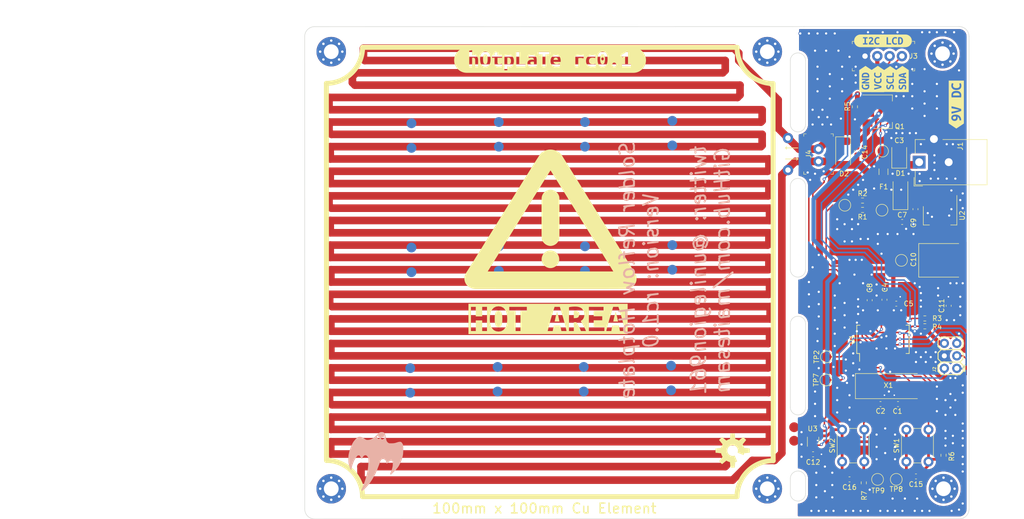
<source format=kicad_pcb>
(kicad_pcb (version 20211014) (generator pcbnew)
  (layers (0 "F.Cu" signal) (31 "B.Cu" signal) (34 "B.Paste" user) (35 "F.Paste" user) (36 "B.SilkS" user "B.Silkscreen") (37 "F.SilkS" user "F.Silkscreen") (38 "B.Mask" user) (39 "F.Mask" user) (44 "Edge.Cuts" user))
  (net 0 "")
  (net 1 "GND")
  (net 2 "Net-(C1-Pad2)")
  (net 3 "Net-(C2-Pad2)")
  (net 4 "Net-(C3-Pad1)")
  (net 5 "+5V")
  (net 6 "VD")
  (net 7 "V_Div")
  (net 8 "VDC")
  (net 9 "DW")
  (net 10 "UW")
  (net 11 "Gate_Trig")
  (net 12 "SDA")
  (net 13 "SCL")
  (net 14 "F_MCLR")
  (net 15 "Temp")
  (net 27 "PGM")
  (net 29 "F_CLK")
  (net 30 "F_DATA")
  (footprint "Resistor_SMD:R_0603_1608Metric" (layer "F.Cu") (at 229.8 108.2 90)
    (fp_text reference "R6")
    (fp_text value "10k")
  )
  (footprint "Graphics:Caution" (layer "F.Cu") (at 149.95 60.25)
    (fp_text reference "G***" hide)
    (fp_text value "LOGO" hide)
  )
  (footprint "TestPoint:TestPoint_Pad_D2.0mm" (layer "F.Cu") (at 220.2 113.1 180)
    (fp_text reference "TP8")
    (fp_text value "TestPoint")
  )
  (footprint "digikey-footprints:PinHeader_1x2_P2.5mm_Drill1.1mm" (layer "F.Cu") (at 204.405 48.5 90)
    (fp_text reference "J4")
    (fp_text value "B2B-XH-A_LF__SN_")
  )
  (footprint "TestPoint:TestPoint_Pad_D2.0mm" (layer "F.Cu") (at 217.4 46.4 90)
    (fp_text reference "TP1" hide)
    (fp_text value "TestPoint" hide)
  )
  (footprint "kibuzzard-623B16D9" (layer "F.Cu") (at 218.95 31.75 90)
    (fp_text reference "kibuzzard-623B16D9" hide)
    (fp_text value "G***" hide)
  )
  (footprint "" (layer "F.Cu") (at 205.45 113)
    (fp_text reference "")
    (fp_text value "")
  )
  (footprint "Resistor_SMD:R_0603_1608Metric" (layer "F.Cu") (at 211.8 37.4 -90)
    (fp_text reference "R5")
    (fp_text value "10k")
  )
  (footprint "Resistor_SMD:R_0603_1608Metric" (layer "F.Cu") (at 226 80.4 180)
    (fp_text reference "R3")
    (fp_text value "10k")
  )
  (footprint "Diode_SMD:D_MELF" (layer "F.Cu") (at 221.05 55 90)
    (fp_text reference "D1")
    (fp_text value "1N5711UR")
  )
  (footprint "Resistor_SMD:R_0603_1608Metric" (layer "F.Cu") (at 213.35 58.35 180)
    (fp_text reference "R1")
    (fp_text value "3k")
  )
  (footprint "TestPoint:TestPoint_Pad_D2.0mm" (layer "F.Cu") (at 217.3 58.4 90)
    (fp_text reference "TP4" hide)
    (fp_text value "TestPoint" hide)
  )
  (footprint "TestPoint:TestPoint_Pad_D2.0mm" (layer "F.Cu") (at 205.9 92.9 90)
    (fp_text reference "TP7")
    (fp_text value "TestPoint")
  )
  (footprint "kibuzzard-623C18C2" (layer "F.Cu") (at 149.86 27.94)
    (fp_text reference "kibuzzard-623C18C2" hide)
    (fp_text value "G***" hide)
  )
  (footprint "" (layer "F.Cu") (at 198.2 43.75)
    (fp_text reference "")
    (fp_text value "")
  )
  (footprint "Capacitor_SMD:C_0603_1608Metric" (layer "F.Cu") (at 212.2 46.4 -90)
    (fp_text reference "C14")
    (fp_text value "100nF")
  )
  (footprint "MountingHole:MountingHole_3mm_Pad_Via" (layer "F.Cu") (at 194 26.2)
    (fp_text reference "H5" hide)
    (fp_text value "MountingHole" hide)
  )
  (footprint "Connectors:2X3" (layer "F.Cu") (at 232.50363 90.54 90)
    (fp_text reference "J2")
    (fp_text value "CONN_03X22X3_SILK_MALE_PTH" hide)
  )
  (footprint "Resistor_SMD:R_0603_1608Metric" (layer "F.Cu") (at 213.35 56.45)
    (fp_text reference "R2")
    (fp_text value "1k")
  )
  (footprint "Aesthetics:OSHW-LOGO-L" (layer "F.Cu") (at 186.95 107.25 45)
    (fp_text reference "")
    (fp_text value "")
  )
  (footprint "Capacitor_SMD:C_0603_1608Metric" (layer "F.Cu") (at 224.1 58.2 -90)
    (fp_text reference "C9")
    (fp_text value "1uF")
  )
  (footprint "" (layer "F.Cu") (at 199.45 105.25)
    (fp_text reference "")
    (fp_text value "")
  )
  (footprint "Capacitor_SMD:C_0603_1608Metric" (layer "F.Cu") (at 224.2 112.5)
    (fp_text reference "C15")
    (fp_text value "100nF")
  )
  (footprint "MountingHole:MountingHole_3mm_Pad_Via" (layer "F.Cu") (at 229.6 26.6)
    (fp_text reference "H3" hide)
    (fp_text value "MountingHole" hide)
  )
  (footprint "Fuse:Fuse_1206_3216Metric" (layer "F.Cu") (at 217.6 50.6 -90)
    (fp_text reference "F1")
    (fp_text value "2A")
  )
  (footprint "Button_Switch_THT:SW_PUSH_6mm" (layer "F.Cu") (at 209.2 109.5 90)
    (fp_text reference "SW2")
    (fp_text value "SW_Push")
  )
  (footprint "Capacitor_SMD:C_0603_1608Metric" (layer "F.Cu") (at 220.2 77.4)
    (fp_text reference "C5")
    (fp_text value "100nF")
  )
  (footprint "Package_TO_SOT_SMD:SOT-223-3_TabPin2" (layer "F.Cu") (at 229.1 59.5 -90)
    (fp_text reference "U2")
    (fp_text value "AMS1117-5.0")
  )
  (footprint "Capacitor_SMD:C_0603_1608Metric" (layer "F.Cu") (at 203.3 108)
    (fp_text reference "C12")
    (fp_text value "100nF")
  )
  (footprint "Diode_SMD:D_MELF" (layer "F.Cu") (at 209.4 46.8 -90)
    (fp_text reference "D2")
    (fp_text value "1N5711UR")
  )
  (footprint "Capacitor_SMD:C_0603_1608Metric" (layer "F.Cu") (at 210.7 113.1)
    (fp_text reference "C16")
    (fp_text value "100nF")
  )
  (footprint "MountingHole:MountingHole_3mm_Pad_Via" (layer "F.Cu") (at 229.8 115)
    (fp_text reference "H4" hide)
    (fp_text value "MountingHole" hide)
  )
  (footprint "kibuzzard-623B196E" (layer "F.Cu") (at 149.45 80.5)
    (fp_text reference "kibuzzard-623B196E" hide)
    (fp_text value "G***" hide)
  )
  (footprint "Capacitor_SMD:C_0603_1608Metric" (layer "F.Cu") (at 217.8 76.6 90)
    (fp_text reference "C4")
    (fp_text value "1uF")
  )
  (footprint "TestPoint:TestPoint_Pad_D2.0mm" (layer "F.Cu") (at 221.25 68.6 90)
    (fp_text reference "TP6" hide)
    (fp_text value "TestPoint" hide)
  )
  (footprint "Capacitor_SMD:C_0603_1608Metric" (layer "F.Cu") (at 220.55 97.8)
    (fp_text reference "C1")
    (fp_text value "100nF")
  )
  (footprint "digikey-footprints:PinHeader_1x4_P2.5mm_Drill1.1mm" (layer "F.Cu") (at 213.85 27.105)
    (fp_text reference "J3")
    (fp_text value "B4B-XH-A_LF__SN_")
  )
  (footprint "kibuzzard-623B16F0" (layer "F.Cu") (at 221.45 31.75 90)
    (fp_text reference "kibuzzard-623B16F0" hide)
    (fp_text value "G***" hide)
  )
  (footprint "Capacitor_SMD:C_0603_1608Metric" (layer "F.Cu") (at 230.85 77.825 90)
    (fp_text reference "C11")
    (fp_text value "100nF")
  )
  (footprint "MountingHole:MountingHole_3mm_Pad_Via" (layer "F.Cu") (at 105.4 115)
    (fp_text reference "H6" hide)
    (fp_text value "MountingHole" hide)
  )
  (footprint "TestPoint:TestPoint_Pad_D2.0mm" (layer "F.Cu") (at 209.75 57.4 90)
    (fp_text reference "TP3" hide)
    (fp_text value "TestPoint" hide)
  )
  (footprint "Capacitor_SMD:C_0603_1608Metric" (layer "F.Cu") (at 214.8 76.7 90)
    (fp_text reference "C8")
    (fp_text value "100nF")
  )
  (footprint "Capacitor_SMD:C_0603_1608Metric" (layer "F.Cu") (at 221.4 60.8)
    (fp_text reference "C7")
    (fp_text value "1uF")
  )
  (footprint "" (layer "F.Cu") (at 198.2 50.25)
    (fp_text reference "")
    (fp_text value "")
  )
  (footprint "Package_SO:SSOP-28_5.3x10.2mm_P0.65mm" (layer "F.Cu") (at 217.5 84.65 90)
    (fp_text reference "U1")
    (fp_text value "PIC16F1512-ISS")
  )
  (footprint "MountingHole:MountingHole_3mm_Pad_Via" (layer "F.Cu") (at 194 115)
    (fp_text reference "H2" hide)
    (fp_text value "MountingHole" hide)
  )
  (footprint "Package_TO_SOT_SMD:SOT-223" (layer "F.Cu") (at 217.5 38.4)
    (fp_text reference "Q1")
    (fp_text value "DMG1012T")
  )
  (footprint "Button_Switch_THT:SW_PUSH_6mm" (layer "F.Cu") (at 222.25 109.5 90)
    (fp_text reference "SW1")
    (fp_text value "SW_Push")
  )
  (footprint "MountingHole:MountingHole_3mm_Pad_Via" (layer "F.Cu") (at 105.4 26.2)
    (fp_text reference "H1" hide)
    (fp_text value "MountingHole" hide)
  )
  (footprint "kibuzzard-623AE740" (layer "F.Cu") (at 232.4 36.95 90)
    (fp_text reference "kibuzzard-623AE740" hide)
    (fp_text value "G***" hide)
  )
  (footprint "kibuzzard-623B171E" (layer "F.Cu") (at 213.95 31.75 90)
    (fp_text reference "kibuzzard-623B171E" hide)
    (fp_text value "G***" hide)
  )
  (footprint "Resistor_SMD:R_0603_1608Metric" (layer "F.Cu") (at 226 82 180)
    (fp_text reference "R4")
    (fp_text value "10k")
  )
  (footprint "Resistor_SMD:R_0603_1608Metric" (layer "F.Cu") (at 213.6 113.8 -90)
    (fp_text reference "R7")
    (fp_text value "10k")
  )
  (footprint "Crystal:Crystal_SMD_HC49-SD" (layer "F.Cu") (at 218.6 94.15)
    (fp_text reference "X1")
    (fp_text value "16MHz")
  )
  (footprint "Capacitor_Tantalum_SMD:CP_EIA-3528-12_Kemet-T" (layer "F.Cu") (at 220.8 47.4 90)
    (fp_text reference "C3")
    (fp_text value "10uF")
  )
  (footprint "Connector_BarrelJack:BarrelJack_CUI_PJ-102AH_Horizontal" (layer "F.Cu") (at 224.85 48.65 90)
    (fp_text reference "J1")
    (fp_text value "Jack-DC")
  )
  (footprint "TestPoint:TestPoint_Pad_D2.0mm" (layer "F.Cu") (at 216.4 113.1 180)
    (fp_text reference "TP9")
    (fp_text value "TestPoint")
  )
  (footprint "Capacitor_Tantalum_SMD:CP_EIA-7260-28_AVX-M_Pad2.68x6.30mm_HandSolder" (layer "F.Cu") (at 229.3 68.6)
    (fp_text reference "C10")
    (fp_text value "22uF")
  )
  (footprint "kibuzzard-623B170E" (layer "F.Cu") (at 216.45 31.75 90)
    (fp_text reference "kibuzzard-623B170E" hide)
    (fp_text value "G***" hide)
  )
  (footprint "Package_TO_SOT_SMD:SOT-353_SC-70-5" (layer "F.Cu") (at 203.3 105.2 90)
    (fp_text reference "U3")
    (fp_text value "LMT85DCK")
  )
  (footprint "Capacitor_SMD:C_0603_1608Metric" (layer "F.Cu") (at 217 97.8 180)
    (fp_text reference "C2")
    (fp_text value "100nF")
  )
  (footprint "TestPoint:TestPoint_Pad_D2.0mm" (layer "F.Cu") (at 206 88.2 90)
    (fp_text reference "TP2")
    (fp_text value "TestPoint")
  )
  (footprint "" (layer "F.Cu") (at 199.45 102.5)
    (fp_text reference "")
    (fp_text value "")
  )
  (footprint "kibuzzard-623AF188" (layer "F.Cu") (at 217.5 24)
    (fp_text reference "kibuzzard-623AF188" hide)
    (fp_text value "G***" hide)
  )
  (footprint "" (layer "B.Cu") (at 174.7 45.25 180)
    (fp_text reference "")
    (fp_text value "")
  )
  (footprint "" (layer "B.Cu") (at 174.7 40.25 180)
    (fp_text reference "")
    (fp_text value "")
  )
  (footprint "" (layer "B.Cu") (at 174.7 65.5 180)
    (fp_text reference "")
    (fp_text value "")
  )
  (footprint "" (layer "B.Cu") (at 174.7 70.5 180)
    (fp_text reference "")
    (fp_text value "")
  )
  (footprint "" (layer "B.Cu") (at 139.45 65.75 180)
    (fp_text reference "")
    (fp_text value "")
  )
  (footprint "" (layer "B.Cu") (at 121.7 45.75 180)
    (fp_text reference "")
    (fp_text value "")
  )
  (footprint "" (layer "B.Cu") (at 156.7 95.25 180)
    (fp_text reference "")
    (fp_text value "")
  )
  (footprint "" (layer "B.Cu") (at 139.45 40.5 180)
    (fp_text reference "")
    (fp_text value "")
  )
  (footprint "" (layer "B.Cu") (at 121.45 95.5 180)
    (fp_text reference "")
    (fp_text value "")
  )
  (footprint "" (layer "B.Cu") (at 156.95 65.75 180)
    (fp_text reference "")
    (fp_text value "")
  )
  (footprint "" (layer "B.Cu") (at 121.7 71 180)
    (fp_text reference "")
    (fp_text value "")
  )
  (footprint "" (layer "B.Cu") (at 156.95 40.5 180)
    (fp_text reference "")
    (fp_text value "")
  )
  (footprint "" (layer "B.Cu") (at 156.95 45.5 180)
    (fp_text reference "")
    (fp_text value "")
  )
  (footprint "" (layer "B.Cu") (at 139.2 95.25 180)
    (fp_text reference "")
    (fp_text value "")
  )
  (footprint "" (layer "B.Cu") (at 174.45 90 180)
    (fp_text reference "")
    (fp_text value "")
  )
  (footprint "" (layer "B.Cu") (at 174.45 95 180)
    (fp_text reference "")
    (fp_text value "")
  )
  (footprint "" (layer "B.Cu") (at 121.7 66 180)
    (fp_text reference "")
    (fp_text value "")
  )
  (footprint "Graphics:K_Ghost" (layer "B.Cu") (at 114.45 109.5 180)
    (fp_text reference "G***" hide)
    (fp_text value "LOGO" hide)
  )
  (footprint "" (layer "B.Cu") (at 139.45 70.75 180)
    (fp_text reference "")
    (fp_text value "")
  )
  (footprint "" (layer "B.Cu") (at 139.45 45.5 180)
    (fp_text reference "")
    (fp_text value "")
  )
  (footprint "" (layer "B.Cu") (at 121.45 90.5 180)
    (fp_text reference "")
    (fp_text value "")
  )
  (footprint "" (layer "B.Cu") (at 156.95 70.75 180)
    (fp_text reference "")
    (fp_text value "")
  )
  (footprint "" (layer "B.Cu") (at 121.7 40.75 180)
    (fp_text reference "")
    (fp_text value "")
  )
  (footprint "" (layer "B.Cu") (at 139.2 90.25 180)
    (fp_text reference "")
    (fp_text value "")
  )
  (footprint "" (layer "B.Cu") (at 156.7 90.25 180)
    (fp_text reference "")
    (fp_text value "")
  )
  (gr_arc (start 111.773282 25.327927) (mid 109.5998 30.499798) (end 104.413283 32.638096) (layer "F.SilkS") (width 1))
  (gr_line (start 200.2 48) (end 199.95 47.75) (layer "F.SilkS") (width 0.15))
  (gr_line (start 197.7 45.75) (end 197.95 45.5) (layer "F.SilkS") (width 0.15))
  (gr_arc (start 104.44121 109.25017) (mid 109.613081 111.423652) (end 111.751379 116.610169) (layer "F.SilkS") (width 1))
  (gr_line (start 111.751379 116.610169) (end 187.840001 116.610169) (layer "F.SilkS") (width 1))
  (gr_arc (start 187.840001 116.610169) (mid 190.013483 111.438298) (end 195.2 109.3) (layer "F.SilkS") (width 1))
  (gr_line (start 197.7 45.75) (end 197.95 46) (layer "F.SilkS") (width 0.15))
  (gr_line (start 111.773282 25.327927) (end 187.861904 25.327927) (layer "F.SilkS") (width 1))
  (gr_line (start 200.2 45.75) (end 197.7 45.75) (layer "F.SilkS") (width 0.15))
  (gr_line (start 195.2 109.3) (end 195.172073 32.687926) (layer "F.SilkS") (width 1))
  (gr_line (start 104.413283 32.638096) (end 104.44121 109.25017) (layer "F.SilkS") (width 1))
  (gr_line (start 197.7 48) (end 200.2 48) (layer "F.SilkS") (width 0.15))
  (gr_arc (start 195.172073 32.687926) (mid 190.000202 30.514444) (end 187.861904 25.327927) (layer "F.SilkS") (width 1))
  (gr_line (start 200.2 48) (end 199.95 48.25) (layer "F.SilkS") (width 0.15))
  (gr_line (start 201.774278 41.000427) (end 201.774278 28) (layer "Edge.Cuts") (width 0.1))
  (gr_line (start 198.674936 70.449707) (end 198.674936 53.449707) (layer "Edge.Cuts") (width 0.1))
  (gr_arc (start 201.774278 70.54928) (mid 200.17638 72.000592) (end 198.674936 70.449707) (layer "Edge.Cuts") (width 0.1))
  (gr_arc (start 201.774278 116) (mid 200.2 117.500293) (end 198.674936 115.95) (layer "Edge.Cuts") (width 0.1))
  (gr_arc (start 198.674936 81.474707) (mid 200.236796 79.949561) (end 201.774278 81.49928) (layer "Edge.Cuts") (width 0.1))
  (gr_line (start 233.005858 21.1) (end 201.4 21.1) (layer "Edge.Cuts") (width 0.1))
  (gr_line (start 201.774278 98.54928) (end 201.774278 81.49928) (layer "Edge.Cuts") (width 0.1))
  (gr_arc (start 233.005858 21.1) (mid 234.40762 21.697442) (end 234.985957 23.107195) (layer "Edge.Cuts") (width 0.1))
  (gr_arc (start 102.001337 121.142804) (mid 100.6 120.55) (end 100.021238 119.142805) (layer "Edge.Cuts") (width 0.1))
  (gr_arc (start 198.674936 112.900427) (mid 200.249214 111.400134) (end 201.774278 112.950427) (layer "Edge.Cuts") (width 0.1))
  (gr_line (start 198.674936 98.474707) (end 198.674936 81.474707) (layer "Edge.Cuts") (width 0.1))
  (gr_arc (start 201.774278 41.000427) (mid 200.224607 42.501304) (end 198.674936 41.000427) (layer "Edge.Cuts") (width 0.1))
  (gr_line (start 201.774278 70.54928) (end 201.774278 53.499707) (layer "Edge.Cuts") (width 0.1))
  (gr_line (start 234.992804 119.148663) (end 234.985957 23.107195) (layer "Edge.Cuts") (width 0.1))
  (gr_line (start 201.774278 112.950427) (end 201.774278 116) (layer "Edge.Cuts") (width 0.1))
  (gr_arc (start 234.992804 119.148663) (mid 234.4 120.55) (end 232.992805 121.128762) (layer "Edge.Cuts") (width 0.1))
  (gr_arc (start 100.007196 23.101337) (mid 100.6 21.7) (end 102.007195 21.121238) (layer "Edge.Cuts") (width 0.1))
  (gr_line (start 198.674936 41.000427) (end 198.674936 27.950427) (layer "Edge.Cuts") (width 0.1))
  (gr_arc (start 198.674936 53.449707) (mid 200.249214 51.949414) (end 201.774278 53.499707) (layer "Edge.Cuts") (width 0.1))
  (gr_line (start 102.001337 121.142804) (end 201.349108 121.1) (layer "Edge.Cuts") (width 0.1))
  (gr_line (start 100.021238 119.142805) (end 100.007196 23.101337) (layer "Edge.Cuts") (width 0.1))
  (gr_line (start 102.007195 21.121238) (end 201.4 21.1) (layer "Edge.Cuts") (width 0.1))
  (gr_line (start 198.674936 112.900427) (end 198.674936 115.95) (layer "Edge.Cuts") (width 0.1))
  (gr_arc (start 201.774278 98.54928) (mid 200.188779 100.001033) (end 198.674936 98.474707) (layer "Edge.Cuts") (width 0.1))
  (gr_line (start 201.349108 121.1) (end 232.992805 121.128762) (layer "Edge.Cuts") (width 0.1))
  (gr_arc (start 198.674936 27.950427) (mid 200.249 26.45013) (end 201.774278 28) (layer "Edge.Cuts") (width 0.1))
  (gr_text "Solder Reflow Hotplate\nVersion: rc1.0\n\ntwitter: @unilegion961\nGitHub.com/maitesam" (at 175.2 70.5 90) (layer "B.SilkS") (effects (font (size 3 3) (thickness 0.4) italic) (justify mirror)))
  (gr_text "100mm x 100mm Cu Element" (at 148.7 119) (layer "F.SilkS") (effects (font (size 2 2) (thickness 0.3))))
  (segment (start 222.175 60.8) (end 222.175 62.175) (width 1) (layer "F.Cu") (net 1))
  (segment (start 219.775 96.025) (end 219.775 97.8) (width 0.3) (layer "F.Cu") (net 1))
  (segment (start 211.8 38.225) (end 211.8 39.95) (width 1.2) (layer "F.Cu") (net 1))
  (segment (start 217.8 74.4) (end 217.8 75.825) (width 0.85) (layer "F.Cu") (net 1))
  (segment (start 210.35 38.4) (end 214.35 38.4) (width 1.2) (layer "F.Cu") (net 1))
  (segment (start 217.825 86.875) (end 218.2 86.5) (width 0.3) (layer "F.Cu") (net 1))
  (segment (start 220.05 78.4) (end 220.4 78.4) (width 0.3) (layer "F.Cu") (net 1))
  (segment (start 219.7 78.75) (end 220.05 78.4) (width 0.3) (layer "F.Cu") (net 1))
  (segment (start 217.8 96) (end 217.775 96.025) (width 0.3) (layer "F.Cu") (net 1))
  (segment (start 203.3 105.7) (end 203.8 105.2) (width 0.3) (layer "F.Cu") (net 1))
  (segment (start 208.95 39.8) (end 210.35 38.4) (width 1.2) (layer "F.Cu") (net 1))
  (segment (start 203.3 106.15) (end 203.3 105.7) (width 0.3) (layer "F.Cu") (net 1))
  (segment (start 214.8 74.4) (end 214.8 75.925) (width 0.85) (layer "F.Cu") (net 1))
  (segment (start 204.075 108) (end 205 108) (width 0.3) (layer "F.Cu") (net 1))
  (segment (start 226.6 59) (end 226.575 58.975) (width 1) (layer "F.Cu") (net 1))
  (segment (start 214.225 114.625) (end 213.6 114.625) (width 0.55) (layer "F.Cu") (net 1))
  (segment (start 217.825 88.25) (end 217.825 86.875) (width 0.3) (layer "F.Cu") (net 1))
  (segment (start 230.8 77) (end 230.8 76) (width 0.75) (layer "F.Cu") (net 1))
  (segment (start 203.3 106.15) (end 203.3 107.3) (width 0.3) (layer "F.Cu") (net 1))
  (segment (start 230.85 77.05) (end 230.8 77) (width 0.75) (layer "F.Cu") (net 1))
  (segment (start 231.4 56.35) (end 231.4 58.2) (width 1) (layer "F.Cu") (net 1))
  (segment (start 204 108) (end 204.075 108) (width 0.3) (layer "F.Cu") (net 1))
  (segment (start 233.2 56.35) (end 233.2 56.4) (width 1) (layer "F.Cu") (net 1))
  (segment (start 217.775 97.8) (end 217.775 96.025) (width 0.3) (layer "F.Cu") (net 1))
  (segment (start 220.4 78.4) (end 220.975 77.825) (width 0.3) (layer "F.Cu") (net 1))
  (segment (start 214.175 56.45) (end 214.175 54.375) (width 1) (layer "F.Cu") (net 1))
  (segment (start 203.3 107.3) (end 204 108) (width 0.3) (layer "F.Cu") (net 1))
  (segment (start 222.175 62.175) (end 222.2 62.2) (width 1) (layer "F.Cu") (net 1))
  (segment (start 203.8 105.2) (end 204.2 105.2) (width 0.3) (layer "F.Cu") (net 1))
  (segment (start 221 76) (end 221 77.375) (width 0.85) (layer "F.Cu") (net 1))
  (segment (start 231.4 56.35) (end 231.4 54.4) (width 1) (layer "F.Cu") (net 1))
  (segment (start 220.975 77.825) (end 220.975 77.4) (width 0.3) (layer "F.Cu") (net 1))
  (segment (start 219.7 78.75) (end 219.125 79.325) (width 0.3) (layer "F.Cu") (net 1))
  (segment (start 219.125 79.325) (end 219.125 81.05) (width 0.3) (layer "F.Cu") (net 1))
  (segment (start 231.4 56.35) (end 233.2 56.35) (width 1) (layer "F.Cu") (net 1))
  (segment (start 219.8 96) (end 219.775 96.025) (width 0.3) (layer "F.Cu") (net 1))
  (segment (start 214.8 115.2) (end 214.225 114.625) (width 0.55) (layer "F.Cu") (net 1))
  (segment (start 221 77.375) (end 220.975 77.4) (width 0.85) (layer "F.Cu") (net 1))
  (segment (start 214.175 54.375) (end 214 54.2) (width 1) (layer "F.Cu") (net 1))
  (segment (start 224.1 58.975) (end 226.575 58.975) (width 1) (layer "F.Cu") (net 1))
  (via (at 209.7 64.75) (size 0.75) (drill 0.45) (layers "F.Cu" "B.Cu") (net 1))
  (via (at 219.45 117) (size 0.75) (drill 0.45) (layers "F.Cu" "B.Cu") (net 1))
  (via (at 202.45 22.5) (size 0.75) (drill 0.45) (layers "F.Cu" "B.Cu") (net 1))
  (via (at 211.45 87.5) (size 0.75) (drill 0.45) (layers "F.Cu" "B.Cu") (net 1))
  (via (at 209.2 34.25) (size 0.75) (drill 0.45) (layers "F.Cu" "B.Cu") (net 1))
  (via (at 224.2 42.75) (size 0.75) (drill 0.45) (layers "F.Cu" "B.Cu") (net 1))
  (via (at 227.45 59.75) (size 0.75) (drill 0.45) (layers "F.Cu" "B.Cu") (net 1))
  (via (at 211.95 68.5) (size 0.75) (drill 0.45) (layers "F.Cu" "B.Cu") (net 1))
  (via (at 224.2 89.25) (size 0.75) (drill 0.45) (layers "F.Cu" "B.Cu") (net 1))
  (via (at 211.45 92) (size 0.75) (drill 0.45) (layers "F.Cu" "B.Cu") (net 1))
  (via (at 210.186228 93.498255) (size 0.75) (drill 0.45) (layers "F.Cu" "B.Cu") (net 1))
  (via (at 203.2 70) (size 0.75) (drill 0.45) (layers "F.Cu" "B.Cu") (net 1))
  (via (at 225.95 34.25) (size 0.75) (drill 0.45) (layers "F.Cu" "B.Cu") (net 1))
  (via (at 233.2 76) (size 0.75) (drill 0.45) (layers "F.Cu" "B.Cu") (net 1))
  (via (at 224.2 87.25) (size 0.75) (drill 0.45) (layers "F.Cu" "B.Cu") (net 1))
  (via (at 230.2 104.75) (size 0.75) (drill 0.45) (layers "F.Cu" "B.Cu") (net 1))
  (via (at 219.95 104) (size 0.75) (drill 0.45) (layers "F.Cu" "B.Cu") (net 1))
  (via (at 209.2 31.75) (size 0.75) (drill 0.45) (layers "F.Cu" "B.Cu") (net 1))
  (via (at 204.45 67.5) (size 0.75) (drill 0.45) (layers "F.Cu" "B.Cu") (net 1))
  (via (at 231.7 45) (size 0.75) (drill 0.45) (layers "F.Cu" "B.Cu") (net 1))
  (via (at 233.7 95.5) (size 0.75) (drill 0.45) (layers "F.Cu" "B.Cu") (net 1))
  (via (at 218.2 86.5) (size 0.75) (drill 0.45) (layers "F.Cu" "B.Cu") (net 1))
  (via (at 211.7 71.5) (size 0.75) (drill 0.45) (layers "F.Cu" "B.Cu") (net 1))
  (via (at 222.7 51) (size 0.75) (drill 0.45) (layers "F.Cu" "B.Cu") (net 1))
  (via (at 226.6 59) (size 0.75) (drill 0.45) (layers "F.Cu" "B.Cu") (net 1))
  (via (at 211.95 32.5) (size 0.75) (drill 0.45) (layers "F.Cu" "B.Cu") (net 1))
  (via (at 231.2 92.5) (size 0.75) (drill 0.45) (layers "F.Cu" "B.Cu") (net 1))
  (via (at 227.95 47.25) (size 0.75) (drill 0.45) (layers "F.Cu" "B.Cu") (net 1))
  (via (at 233.7 55) (size 0.75) (drill 0.45) (layers "F.Cu" "B.Cu") (net 1))
  (via (at 214 54.2) (size 0.75) (drill 0.45) (layers "F.Cu" "B.Cu") (net 1))
  (via (at 233.2 78) (size 0.75) (drill 0.45) (layers "F.Cu" "B.Cu") (net 1))
  (via (at 230.2 97) (size 0.75) (drill 0.45) (layers "F.Cu" "B.Cu") (net 1))
  (via (at 227.2 88.25) (size 0.75) (drill 0.45) (layers "F.Cu" "B.Cu") (net 1))
  (via (at 218.2 42.5) (size 0.75) (drill 0.45) (layers "F.Cu" "B.Cu") (net 1))
  (via (at 213.2 68.489656) (size 0.75) (drill 0.45) (layers "F.Cu" "B.Cu") (net 1))
  (via (at 217.45 22.25) (size 0.75) (drill 0.45) (layers "F.Cu" "B.Cu") (net 1))
  (via (at 218.95 91.25) (size 0.75) (drill 0.45) (layers "F.Cu" "B.Cu") (net 1))
  (via (at 219.7 78.75) (size 0.75) (drill 0.45) (layers "F.Cu" "B.Cu") (net 1))
  (via (at 202.45 78) (size 0.75) (drill 0.45) (layers "F.Cu" "B.Cu") (net 1))
  (via (at 233.7 103.25) (size 0.75) (drill 0.45) (layers "F.Cu" "B.Cu") (net 1))
  (via (at 207.2 114.25) (size 0.75) (drill 0.45) (layers "F.Cu" "B.Cu") (net 1))
  (via (at 231.2 73.25) (size 0.75) (drill 0.45) (layers "F.Cu" "B.Cu") (net 1))
  (via (at 233.7 108.5) (size 0.75) (drill 0.45) (layers "F.Cu" "B.Cu") (net 1))
  (via (at 220.214799 29.264799) (size 0.75) (drill 0.45) (layers "F.Cu" "B.Cu") (net 1))
  (via (at 216.2 75.75) (size 0.75) (drill 0.45) (layers "F.Cu" "B.Cu") (net 1))
  (via (at 208.95 39.8) (size 0.75) (drill 0.45) (layers "F.Cu" "B.Cu") (net 1))
  (via (at 202.45 75.5) (size 0.75) (drill 0.45) (layers "F.Cu" "B.Cu") (net 1))
  (via (at 231.2 98.5) (size 0.75) (drill 0.45) (layers "F.Cu" "B.Cu") (net 1))
  (via (at 233.7 118) (size 0.75) (drill 0.45) (layers "F.Cu" "B.Cu") (net 1))
  (via (at 215.7 54) (size 0.75) (drill 0.45) (layers "F.Cu" "B.Cu") (net 1))
  (via (at 228.45 22.25) (size 0.75) (drill 0.45) (layers "F.Cu" "B.Cu") (net 1))
  (via (at 212.95 64.25) (size 0.75) (drill 0.45) (layers "F.Cu" "B.Cu") (net 1))
  (via (at 203.7 97.75) (size 0.75) (drill 0.45) (layers "F.Cu" "B.Cu") (net 1))
  (via (at 212.95 119.5) (size 0.75) (drill 0.45) (layers "F.Cu" "B.Cu") (net 1))
  (via (at 207.45 119.5) (size 0.75) (drill 0.45) (layers "F.Cu" "B.Cu") (net 1))
  (via (at 213.45 78.75) (size 0.75) (drill 0.45) (layers "F.Cu" "B.Cu") (net 1))
  (via (at 204.45 90.5) (size 0.75) (drill 0.45) (layers "F.Cu" "B.Cu") (net 1))
  (via (at 223.7 61.25) (size 0.75) (drill 0.45) (layers "F.Cu" "B.Cu") (net 1))
  (via (at 219.2 43.75) (size 0.75) (drill 0.45) (layers "F.Cu" "B.Cu") (net 1))
  (via (at 231.7 105.75) (size 0.75) (drill 0.45) (layers "F.Cu" "B.Cu") (net 1))
  (via (at 231.45 119.5) (size 0.75) (drill 0.45) (layers "F.Cu" "B.Cu") (net 1))
  (via (at 221.45 119.5) (size 0.75) (drill 0.45) (layers "F.Cu" "B.Cu") (net 1))
  (via (at 209.7 82.25) (size 0.75) (drill 0.45) (layers "F.Cu" "B.Cu") (net 1))
  (via (at 204.45 119.5) (size 0.75) (drill 0.45) (layers "F.Cu" "B.Cu") (net 1))
  (via (at 208.2 94.5) (size 0.75) (drill 0.45) (layers "F.Cu" "B.Cu") (net 1))
  (via (at 207.7 22.5) (size 0.75) (drill 0.45) (layers "F.Cu" "B.Cu") (net 1))
  (via (at 209.95 119.5) (size 0.75) (drill 0.45) (layers "F.Cu" "B.Cu") (net 1))
  (via (at 205.95 22.5) (size 0.75) (drill 0.45) (layers "F.Cu" "B.Cu") (net 1))
  (via (at 217.2 84.25) (size 0.75) (drill 0.45) (layers "F.Cu" "B.Cu") (net 1))
  (via (at 212.2 81.25) (size 0.75) (drill 0.45) (layers "F.Cu" "B.Cu") (net 1))
  (via (at 224.95 51) (size 0.75) (drill 0.45) (layers "F.Cu" "B.Cu") (net 1))
  (via (at 225.2 75.25) (size 0.75) (drill 0.45) (layers "F.Cu" "B.Cu") (net 1))
  (via (at 223.95 83) (size 0.75) (drill 0.45) (layers "F.Cu" "B.Cu") (net 1))
  (via (at 218.7 95.25) (size 0.75) (drill 0.45) (layers "F.Cu" "B.Cu") (net 1))
  (via (at 219.2 54.25) (size 0.75) (drill 0.45) (layers "F.Cu" "B.Cu") (net 1))
  (via (at 216.2 86.5) (size 0.75) (drill 0.45) (layers "F.Cu" "B.Cu") (net 1))
  (via (at 212.7 90.75) (size 0.75) (drill 0.45) (layers "F.Cu" "B.Cu") (net 1))
  (via (at 215.7 49.5) (size 0.75) (drill 0.45) (layers "F.Cu" "B.Cu") (net 1))
  (via (at 217.8 96) (size 0.615) (drill 0.315) (layers "F.Cu" "B.Cu") (net 1))
  (via (at 225.2 88.25) (size 0.75) (drill 0.45) (layers "F.Cu" "B.Cu") (net 1))
  (via (at 232.95 83.5) (size 0.75) (drill 0.45) (layers "F.Cu" "B.Cu") (net 1))
  (via (at 207.7 86) (size 0.75) (drill 0.45) (layers "F.Cu" "B.Cu") (net 1))
  (via (at 203.7 100.25) (size 0.75) (drill 0.45) (layers "F.Cu" "B.Cu") (net 1))
  (via (at 220.2 35.25) (size 0.75) (drill 0.45) (layers "F.Cu" "B.Cu") (net 1))
  (via (at 220.45 63.25) (size 0.75) (drill 0.45) (layers "F.Cu" "B.Cu") (net 1))
  (via (at 208.7 73.25) (size 0.75) (drill 0.45) (layers "F.Cu" "B.Cu") (net 1))
  (via (at 205 108) (size 0.615) (drill 0.315) (layers "F.Cu" "B.Cu") (net 1))
  (via (at 230.8 76) (size 0.615) (drill 0.315) (layers "F.Cu" "B.Cu") (net 1))
  (via (at 214.45 64.25) (size 0.75) (drill 0.45) (layers "F.Cu" "B.Cu") (net 1))
  (via (at 225.45 22.25) (size 0.75) (drill 0.45) (layers "F.Cu" "B.Cu") (net 1))
  (via (at 228.45 37.75) (size 0.75) (drill 0.45) (layers "F.Cu" "B.Cu") (net 1))
  (via (at 231.2 95.75) (size 0.75) (drill 0.45) (layers "F.Cu" "B.Cu") (net 1))
  (via (at 230.2 103.25) (size 0.75) (drill 0.45) (layers "F.Cu" "B.Cu") (net 1))
  (via (at 232.2 52) (size 0.75) (drill 0.45) (layers "F.Cu" "B.Cu") (net 1))
  (via (at 222.2 62.2) (size 0.75) (drill 0.45) (layers "F.Cu" "B.Cu") (net 1))
  (via (at 208.2 97) (size 0.75) (drill 0.45) (layers "F.Cu" "B.Cu") (net 1))
  (via (at 232.2 100) (size 0.75) (drill 0.45) (layers "F.Cu" "B.Cu") (net 1))
  (via (at 223.45 32.75) (size 0.75) (drill 0.45) (layers "F.Cu" "B.Cu") (net 1))
  (via (at 209.95 91) (size 0.75) (drill 0.45) (layers "F.Cu" "B.Cu") (net 1))
  (via (at 205.45 50.5) (size 0.75) (drill 0.45) (layers "F.Cu" "B.Cu") (net 1))
  (via (at 214.45 22.25) (size 0.75) (drill 0.45) (layers "F.Cu" "B.Cu") (net 1))
  (via (at 219.95 109) (size 0.75) (drill 0.45) (layers "F.Cu" "B.Cu") (net 1))
  (via (at 204.2 85) (size 0.75) (drill 0.45) (layers "F.Cu" "B.Cu") (net 1))
  (via (at 218.45 119.5) (size 0.75) (drill 0.45) (layers "F.Cu" "B.Cu") (net 1))
  (via (at 204.45 77.5) (size 0.75) (drill 0.45) (layers "F.Cu" "B.Cu") (net 1))
  (via (at 208.2 60.25) (size 0.75) (drill 0.45) (layers "F.Cu" "B.Cu") (net 1))
  (via (at 220.2 42.75) (size 0.75) (drill 0.45) (layers "F.Cu" "B.Cu") (net 1))
  (via (at 212.2 83) (size 0.75) (drill 0.45) (layers "F.Cu" "B.Cu") (net 1))
  (via (at 212.45 53.25) (size 0.75) (drill 0.45) (layers "F.Cu" "B.Cu") (net 1))
  (via (at 218.181408 83.996327) (size 0.75) (drill 0.45) (layers "F.Cu" "B.Cu") (net 1))
  (via (at 231.95 80.75) (size 0.75) (drill 0.45) (layers "F.Cu" "B.Cu") (net 1))
  (via (at 216.2 109) (size 0.75) (drill 0.45) (layers "F.Cu" "B.Cu") (net 1))
  (via (at 227.2 52) (size 0.75) (drill 0.45) (layers "F.Cu" "B.Cu") (net 1))
  (via (at 219.95 119.5) (size 0.75) (drill 0.45) (layers "F.Cu" "B.Cu") (net 1))
  (via (at 230.45 52) (size 0.75) (drill 0.45) (layers "F.Cu" "B.Cu") (net 1))
  (via (at 212.45 61.25) (size 0.75) (drill 0.45) (layers "F.Cu" "B.Cu") (net 1))
  (via (at 222.95 42.75) (size 0.75) (drill 0.45) (layers "F.Cu" "B.Cu") (net 1))
  (via (at 208.45 26) (size 0.75) (drill 0.45) (layers "F.Cu" "B.Cu") (net 1))
  (via (at 211.95 29.25) (size 0.75) (drill 0.45) (layers "F.Cu" "B.Cu") (net 1))
  (via (at 211.45 54.25) (size 0.75) (drill 0.45) (layers "F.Cu" "B.Cu") (net 1))
  (via (at 226.2 87.25) (size 0.75) (drill 0.45) (layers "F.Cu" "B.Cu") (net 1))
  (via (at 207.2 116.75) (size 0.75) (drill 0.45) (layers "F.Cu" "B.Cu") (net 1))
  (via (at 204.45 80) (size 0.75) (drill 0.45) (layers "F.Cu" "B.Cu") (net 1))
  (via (at 200.95 103.5) (size 0.75) (drill 0.45) (layers "F.Cu" "B.Cu") (net 1))
  (via (at 210.45 55.25) (size 0.75) (drill 0.45) (layers "F.Cu" "B.Cu") (net 1))
  (via (at 227.95 48.75) (size 0.75) (drill 0.45) (layers "F.Cu" "B.Cu") (net 1))
  (via (at 228.45 32.75) (size 0.75) (drill 0.45) (layers "F.Cu" "B.Cu") (net 1))
  (via (at 216.45 63.25) (size 0.75) (drill 0.45) (layers "F.Cu" "B.Cu") (net 1))
  (via (at 208.2 99.5) (size 0.75) (drill 0.45) (layers "F.Cu" "B.Cu") (net 1))
  (via (at 225.45 119.5) (size 0.75) (drill 0.45) (layers "F.Cu" "B.Cu") (net 1))
  (via (at 232.2 92.5) (size 0.75) (drill 0.45) (layers "F.Cu" "B.Cu") (net 1))
  (via (at 209.2 29.25) (size 0.75) (drill 0.45) (layers "F.Cu" "B.Cu") (net 1))
  (via (at 225.95 29.75) (size 0.75) (drill 0.45) (layers "F.Cu" "B.Cu") (net 1))
  (via (at 211.45 89.5) (size 0.75) (drill 0.45) (layers "F.Cu" "B.Cu") (net 1))
  (via (at 219.95 106.5) (size 0.75) (drill 0.45) (layers "F.Cu" "B.Cu") (net 1))
  (via (at 202.45 73) (size 0.75) (drill 0.45) (layers "F.Cu" "B.Cu") (net 1))
  (via (at 211.8 39.95) (size 0.75) (drill 0.45) (layers "F.Cu" "B.Cu") (net 1))
  (via (at 221.95 117) (size 0.75) (drill 0.45) (layers "F.Cu" "B.Cu") (net 1))
  (via (at 205.7 115.5) (size 0.75) (drill 0.45) (layers "F.Cu" "B.Cu") (net 1))
  (via (at 233.7 73.25) (size 0.75) (drill 0.45) (layers "F.Cu" "B.Cu") (net 1))
  (via (at 207.7 78.25) (size 0.75) (drill 0.45) (layers "F.Cu" "B.Cu") (net 1))
  (via (at 216.45 78.75) (size 0.75) (drill 0.45) (layers "F.Cu" "B.Cu") (net 1))
  (via (at 209.7 77.25) (size 0.75) (drill 0.45) (layers "F.Cu" "B.Cu") (net 1))
  (via (at 216.2 104) (size 0.75) (drill 0.45) (layers "F.Cu" "B.Cu") (net 1))
  (via (at 214.8 115.2) (size 0.75) (drill 0.45) (layers "F.Cu" "B.Cu") (net 1))
  (via (at 224.95 52.5) (size 0.75) (drill 0.45) (layers "F.Cu" "B.Cu") (net 1))
  (via (at 209.7 61.25) (size 0.75) (drill 0.45) (layers "F.Cu" "B.Cu") (net 1))
  (via (at 203.7 95.25) (size 0.75) (drill 0.45) (layers "F.Cu" "B.Cu") (net 1))
  (via (at 204.2 31.75) (size 0.75) (drill 0.45) (layers "F.Cu" "B.Cu") (net 1))
  (via (at 220.45 22.25) (size 0.75) (drill 0.45) (layers "F.Cu" "B.Cu") (net 1))
  (via (at 213.45 73.25) (size 0.75) (drill 0.45) (layers "F.Cu" "B.Cu") (net 1))
  (via (at 230.2 22.25) (size 0.75) (drill 0.45) (layers "F.Cu" "B.Cu") (net 1))
  (via (at 232.2 97) (size 0.75) (drill 0.45) (layers "F.Cu" "B.Cu") (net 1))
  (via (at 205.95 119.5) (size 0.75) (drill 0.45) (layers "F.Cu" "B.Cu") (net 1))
  (via (at 233.7 110) (size 0.75) (drill 0.45) (layers "F.Cu" "B.Cu") (net 1))
  (via (at 233.2 56.35) (size 0.75) (drill 0.45) (layers "F.Cu" "B.Cu") (net 1))
  (via (at 204.2 105.2) (size 0.615) (drill 0.315) (layers "F.Cu" "B.Cu") (net 1))
  (via (at 221.45 42.75) (size 0.75) (drill 0.45) (layers "F.Cu" "B.Cu") (net 1))
  (via (at 204.2 29.25) (size 0.75) (drill 0.45) (layers "F.Cu" "B.Cu") (net 1))
  (via (at 225.95 39.25) (size 0.75) (drill 0.45) (layers "F.Cu" "B.Cu") (net 1))
  (via (at 223.45 35.25) (size 0.75) (drill 0.45) (layers "F.Cu" "B.Cu") (net 1))
  (via (at 228.7 52) (size 0.75) (drill 0.45) (layers "F.Cu" "B.Cu") (net 1))
  (via (at 210.7 68.5) (size 0.75) (drill 0.45) (layers "F.Cu" "B.Cu") (net 1))
  (via (at 214.8 74.4) (size 0.615) (drill 0.315) (layers "F.Cu" "B.Cu") (net 1))
  (via (at 228.45 96.75) (size 0.75) (drill 0.45) (layers "F.Cu" "B.Cu") (net 1))
  (via (at 204.45 75) (size 0.75) (drill 0.45) (layers "F.Cu" "B.Cu") (net 1))
  (via (at 211.2 64.75) (size 0.75) (drill 0.45) (layers "F.Cu" "B.Cu") (net 1))
  (via (at 231.4 54.4) (size 0.75) (drill 0.45) (layers "F.Cu" "B.Cu") (net 1))
  (via (at 210.7 27.25) (size 0.75) (drill 0.45) (layers "F.Cu" "B.Cu") (net 1))
  (via (at 207.7 83.5) (size 0.75) (drill 0.45) (layers "F.Cu" "B.Cu") (net 1))
  (via (at 219.8 96) (size 0.615) (drill 0.315) (layers "F.Cu" "B.Cu") (net 1))
  (via (at 233.7 106.25) (size 0.75) (drill 0.45) (layers "F.Cu" "B.Cu") (net 1))
  (via (at 204.2 34.25) (size 0.75) (drill 0.45) (layers "F.Cu" "B.Cu") (net 1))
  (via (at 209.95 88.75) (size 0.75) (drill 0.45) (layers "F.Cu" "B.Cu") (net 1))
  (via (at 212.45 79.5) (size 0.75) (drill 0.45) (layers "F.Cu" "B.Cu") (net 1))
  (via (at 203.7 26) (size 0.75) (drill 0.45) (layers "F.Cu" "B.Cu") (net 1))
  (via (at 215.2 71.5) (size 0.75) (drill 0.45) (layers "F.Cu" "B.Cu") (net 1))
  (via (at 216.45 65.25) (size 0.75) (drill 0.45) (layers "F.Cu" "B.Cu") (net 1))
  (via (at 203.2 41) (size 0.75) (drill 0.45) (layers "F.Cu" "B.Cu") (net 1))
  (via (at 225.2 76.75) (size 0.75) (drill 0.45) (layers "F.Cu" "B.Cu") (net 1))
  (via (at 202.95 119.5) (size 0.75) (drill 0.45) (layers "F.Cu" "B.Cu") (net 1))
  (via (at 225.2 45) (size 0.75) (drill 0.45) (layers "F.Cu" "B.Cu") (net 1))
  (via (at 205.2 41) (size 0.75) (drill 0.45) (layers "F.Cu" "B.Cu") (net 1))
  (via (at 219.95 86.5) (size 0.75) (drill 0.45) (layers "F.Cu" "B.Cu") (net 1))
  (via (at 212.45 78) (size 0.75) (drill 0.45) (layers "F.Cu" "B.Cu") (net 1))
  (via (at 226.95 119.5) (size 0.75) (drill 0.45) (layers "F.Cu" "B.Cu") (net 1))
  (via (at 210.7 98.5) (size 0.75) (drill 0.45) (layers "F.Cu" "B.Cu") (net 1))
  (via (at 233.7 94) (size 0.75) (drill 0.45) (layers "F.Cu" "B.Cu") (net 1))
  (via (at 212.95 85.25) (size 0.75) (drill 0.45) (layers "F.Cu" "B.Cu") (net 1))
  (via (at 214.45 119.5) (size 0.75) (drill 0.45) (layers "F.Cu" "B.Cu") (net 1))
  (via (at 206.7 30.75) (size 0.75) (drill 0.45) (layers "F.Cu" "B.Cu") (net 1))
  (via (at 206.2 39.5) (size 0.75) (drill 0.45) (layers "F.Cu" "B.Cu") (net 1))
  (via (at 205.2 38) (size 0.75) (drill 0.45) (layers "F.Cu" "B.Cu") (net 1))
  (via (at 231.95 22.25) (size 0.75) (drill 0.45) (layers "F.Cu" "B.Cu") (net 1))
  (via (at 233.7 111.5) (size 0.75) (drill 0.45) (layers "F.Cu" "B.Cu") (net 1))
  (via (at 217.95 107.75) (size 0.75) (drill 0.45) (layers "F.Cu" "B.Cu") (net 1))
  (via (at 216.95 119.5) (size 0.75) (drill 0.45) (layers "F.Cu" "B.Cu") (net 1))
  (via (at 211.95 31) (size 0.75) (drill 0.45) (layers "F.Cu" "B.Cu") (net 1))
  (via (at 207.2 111.75) (size 0.75) (drill 0.45) (layers "F.Cu" "B.Cu") (net 1))
  (via (at 226.2 89.25) (size 0.75) (drill 0.45) (layers "F.Cu" "B.Cu") (net 1))
  (via (at 211.2 62.25) (size 0.75) (drill 0.45) (layers "F.Cu" "B.Cu") (net 1))
  (via (at 228.2 89.25) (size 0.75) (drill 0.45) (layers "F.Cu" "B.Cu") (net 1))
  (via (at 230.45 80.75) (size 0.75) (drill 0.45) (layers "F.Cu" "B.Cu") (net 1))
  (via (at 211.2 60.25) (size 0.75) (drill 0.45) (layers "F.Cu" "B.Cu") (net 1))
  (via (at 227.95 50.25) (size 0.75) (drill 0.45) (layers "F.Cu" "B.Cu") (net 1))
  (via (at 232.45 73.25) (size 0.75) (drill 0.45) (layers "F.Cu" "B.Cu") (net 1))
  (via (at 200.95 106) (size 0.75) (drill 0.45) (layers "F.Cu" "B.Cu") (net 1))
  (via (at 200.7 22.5) (size 0.75) (drill 0.45) (layers "F.Cu" "B.Cu") (net 1))
  (via (at 232.95 30) (size 0.75) (drill 0.45) (layers "F.Cu" "B.Cu") (net 1))
  (via (at 207.7 80.75) (size 0.75) (drill 0.45) (layers "F.Cu" "B.Cu") (net 1))
  (via (at 224.95 74) (size 0.75) (drill 0.45) (layers "F.Cu" "B.Cu") (net 1))
  (via (at 214.95 83) (size 0.75) (drill 0.45) (layers "F.Cu" "B.Cu") (net 1))
  (via (at 204.45 39.5) (size 0.75) (drill 0.45) (layers "F.Cu" "B.Cu") (net 1))
  (via (at 211.45 119.5) (size 0.75) (drill 0.45) (layers "F.Cu" "B.Cu") (net 1))
  (via (at 207.45 90.25) (size 0.75) (drill 0.45) (layers "F.Cu" "B.Cu") (net 1))
  (via (at 221.2 54.25) (size 0.75) (drill 0.45) (layers "F.Cu" "B.Cu") (net 1))
  (via (at 216.2 73.5) (size 0.75) (drill 0.45) (layers "F.Cu" "B.Cu") (net 1))
  (via (at 230.45 45) (size 0.75) (drill 0.45) (layers "F.Cu" "B.Cu") (net 1))
  (via (at 233.7 101.75) (size 0.75) (drill 0.45) (layers "F.Cu" "B.Cu") (net 1))
  (via (at 202.7 52.25) (size 0.75) (drill 0.45) (layers "F.Cu" "B.Cu") (net 1))
  (via (at 207.7 75.75) (size 0.75) (drill 0.45) (layers "F.Cu" "B.Cu") (net 1))
  (via (at 206.95 41) (size 0.75) (drill 0.45) (layers "F.Cu" "B.Cu") (net 1))
  (via (at 204.2 82.5) (size 0.75) (drill 0.45) (layers "F.Cu" "B.Cu") (net 1))
  (via (at 223.95 73.25) (size 0.75) (drill 0.45) (layers "F.Cu" "B.Cu") (net 1))
  (via (at 203.2 38) (size 0.75) (drill 0.45) (layers "F.Cu" "B.Cu") (net 1))
  (via (at 203.95 116.75) (size 0.75) (drill 0.45) (layers "F.Cu" "B.Cu") (net 1))
  (via (at 216.2 106.5) (size 0.75) (drill 0.45) (layers "F.Cu" "B.Cu") (net 1))
  (via (at 225.2 83.5) (size 0.75) (drill 0.45) (layers "F.Cu" "B.Cu") (net 1))
  (via (at 218.45 63.25) (size 0.75) (drill 0.45) (layers "F.Cu" "B.Cu") (net 1))
  (via (at 217.2 67.25) (size 0.75) (drill 0.45) (layers "F.Cu" "B.Cu") (net 1))
  (via (at 221.7 35.25) (size 0.75) (drill 0.45) (layers "F.Cu" "B.Cu") (net 1))
  (via (at 230.2 100) (size 0.75) (drill 0.45) (layers "F.Cu" "B.Cu") (net 1))
  (via (at 217.95 102.75) (size 0.75) (drill 0.45) (layers "F.Cu" "B.Cu") (net 1))
  (via (at 206.7 35.75) (size 0.75) (drill 0.45) (layers "F.Cu" "B.Cu") (net 1))
  (via (at 231.4 58.2) (size 0.75) (drill 0.45) (layers "F.Cu" "B.Cu") (net 1))
  (via (at 231.7 104.25) (size 0.75) (drill 0.45) (layers "F.Cu" "B.Cu") (net 1))
  (via (at 217.8 74.4) (size 0.615) (drill 0.315) (layers "F.Cu" "B.Cu") (net 1))
  (via (at 228.45 99.25) (size 0.75) (drill 0.45) (layers "F.Cu" "B.Cu") (net 1))
  (via (at 219.45 51) (size 0.75) (drill 0.45) (layers "F.Cu" "B.Cu") (net 1))
  (via (at 228.7 75.75) (size 0.75) (drill 0.45) (layers "F.Cu" "B.Cu") (net 1))
  (via (at 233.7 58) (size 0.75) (drill 0.45) (layers "F.Cu" "B.Cu") (net 1))
  (via (at 228.2 87.25) (size 0.75) (drill 0.45) (layers "F.Cu" "B.Cu") (net 1))
  (via (at 223.45 37.75) (size 0.75) (drill 0.45) (layers "F.Cu" "B.Cu") (net 1))
  (via (at 210.7 96) (size 0.75) (drill 0.45) (layers "F.Cu" "B.Cu") (net 1))
  (via (at 212.45 76.5) (size 0.75) (drill 0.45) (layers "F.Cu" "B.Cu") (net 1))
  (via (at 203.95 111.75) (size 0.75) (drill 0.45) (layers "F.Cu" "B.Cu") (net 1))
  (via (at 223.95 119.5) (size 0.75) (drill 0.45) (layers "F.Cu" "B.Cu") (net 1))
  (via (at 203.95 114.25) (size 0.75) (drill 0.45) (layers "F.Cu" "B.Cu") (net 1))
  (via (at 223.45 29.75) (size 0.75) (drill 0.45) (layers "F.Cu" "B.Cu") (net 1))
  (via (at 202.2 50.75) (size 0.75) (drill 0.45) (layers "F.Cu" "B.Cu") (net 1))
  (via (at 233.7 104.75) (size 0.75) (drill 0.45) (layers "F.Cu" "B.Cu") (net 1))
  (via (at 221 76) (size 0.615) (drill 0.315) (layers "F.Cu" "B.Cu") (net 1))
  (via (at 224.45 117) (size 0.75) (drill 0.45) (layers "F.Cu" "B.Cu") (net 1))
  (via (at 228.45 94.25) (size 0.75) (drill 0.45) (layers "F.Cu" "B.Cu") (net 1))
  (via (at 205.95 26) (size 0.75) (drill 0.45) (layers "F.Cu" "B.Cu") (net 1))
  (via (at 233.2 79.75) (size 0.75) (drill 0.45) (layers "F.Cu" "B.Cu") (net 1))
  (via (at 210.7 101) (size 0.75) (drill 0.45) (layers "F.Cu" "B.Cu") (net 1))
  (via (at 225.2 78) (size 0.75) (drill 0.45) (layers "F.Cu" "B.Cu") (net 1))
  (via (at 213.45 52.25) (size 0.75) (drill 0.45) (layers "F.Cu" "B.Cu") (net 1))
  (via (at 232.95 119.25) (size 0.75) (drill 0.45) (layers "F.Cu" "B.Cu") (net 1))
  (via (at 225.95 36.75) (size 0.75) (drill 0.45) (layers "F.Cu" "B.Cu") (net 1))
  (via (at 230.95 59.5) (size 0.75) (drill 0.45) (layers "F.Cu" "B.Cu") (net 1))
  (via (at 206.7 33.25) (size 0.75) (drill 0.45) (layers "F.Cu" "B.Cu") (net 1))
  (via (at 209.7 79.75) (size 0.75) (drill 0.45) (layers "F.Cu" "B.Cu") (net 1))
  (via (at 228.7 74.25) (size 0.75) (drill 0.45) (layers "F.Cu" "B.Cu") (net 1))
  (via (at 204.2 22.5) (size 0.75) (drill 0.45) (layers "F.Cu" "B.Cu") (net 1))
  (via (at 221.2 78.75) (size 0.75) (drill 0.45) (layers "F.Cu" "B.Cu") (net 1))
  (via (at 226.95 22.25) (size 0.75) (drill 0.45) (layers "F.Cu" "B.Cu") (net 1))
  (via (at 205.7 110.5) (size 0.75) (drill 0.45) (layers "F.Cu" "B.Cu") (net 1))
  (via (at 203.7 51) (size 0.75) (drill 0.45) (layers "F.Cu" "B.Cu") (net 1))
  (via (at 200.95 108.5) (size 0.75) (drill 0.45) (layers "F.Cu" "B.Cu") (net 1))
  (via (at 223.7 63.25) (size 0.75) (drill 0.45) (layers "F.Cu" "B.Cu") (net 1))
  (via (at 228.45 35.25) (size 0.75) (drill 0.45) (layers "F.Cu" "B.Cu") (net 1))
  (via (at 208.2 62.25) (size 0.75) (drill 0.45) (layers "F.Cu" "B.Cu") (net 1))
  (via (at 230.2 106.25) (size 0.75) (drill 0.45) (layers "F.Cu" "B.Cu") (net 1))
  (segment (start 222.85 93.05) (end 222.85 94.15) (width 0.3) (layer "F.Cu") (net 2))
  (segment (start 222.85 96.275) (end 222.85 94.15) (width 0.3) (layer "F.Cu") (net 2))
  (segment (start 219.125 90.125) (end 220.4 91.4) (width 0.3) (layer "F.Cu") (net 2))
  (segment (start 220.4 91.4) (end 221.2 91.4) (width 0.3) (layer "F.Cu") (net 2))
  (segment (start 221.2 91.4) (end 222.85 93.05) (width 0.3) (layer "F.Cu") (net 2))
  (segment (start 219.125 88.25) (end 219.125 90.125) (width 0.3) (layer "F.Cu") (net 2))
  (segment (start 221.325 97.8) (end 222.85 96.275) (width 0.3) (layer "F.Cu") (net 2))
  (segment (start 217.4 91.2) (end 216 91.2) (width 0.3) (layer "F.Cu") (net 3))
  (segment (start 215.6 97.8) (end 214.35 96.55) (width 0.3) (layer "F.Cu") (net 3))
  (segment (start 218.475 90.125) (end 217.4 91.2) (width 0.3) (layer "F.Cu") (net 3))
  (segment (start 214.35 92.85) (end 214.35 94.15) (width 0.3) (layer "F.Cu") (net 3))
  (segment (start 216.225 97.8) (end 215.6 97.8) (width 0.3) (layer "F.Cu") (net 3))
  (segment (start 218.475 88.25) (end 218.475 90.125) (width 0.3) (layer "F.Cu") (net 3))
  (segment (start 214.35 96.55) (end 214.35 94.15) (width 0.3) (layer "F.Cu") (net 3))
  (segment (start 216 91.2) (end 214.35 92.85) (width 0.3) (layer "F.Cu") (net 3))
  (segment (start 217.4 49) (end 217.6 49.2) (width 1.55) (layer "F.Cu") (net 4))
  (segment (start 217.6 49.2) (end 224.3 49.2) (width 1.55) (layer "F.Cu") (net 4))
  (segment (start 217.4 46.4) (end 217.4 49) (width 1.55) (layer "F.Cu") (net 4))
  (segment (start 224.3 49.2) (end 224.85 48.65) (width 1.55) (layer "F.Cu") (net 4))
  (segment (start 224.85 48.65) (end 224.5 49) (width 1.2) (layer "F.Cu") (net 4))
  (segment (start 207.92548 68.97548) (end 208.770817 68.975481) (width 0.85) (layer "F.Cu") (net 5))
  (segment (start 217 33) (end 217 38.4) (width 0.85) (layer "F.Cu") (net 5))
  (segment (start 203.95 104.25) (end 206.15 104.25) (width 0.55) (layer "F.Cu") (net 5))
  (segment (start 218.625 77.375) (end 219.4 77.375) (width 0.85) (layer "F.Cu") (net 5))
  (segment (start 223.3 112.5) (end 222.25 111.45) (width 0.55) (layer "F.Cu") (net 5))
  (segment (start 227.4 79) (end 227.8 78.6) (width 0.75) (layer "F.Cu") (net 5))
  (segment (start 209.2 111.2) (end 209.925 111.925) (width 0.55) (layer "F.Cu") (net 5))
  (segment (start 226.825 83.225) (end 229.06 85.46) (width 0.85) (layer "F.Cu") (net 5))
  (segment (start 229.06 85.46) (end 229.96363 85.46) (width 0.85) (layer "F.Cu") (net 5))
  (segment (start 209.4 105.45) (end 209.2 105.25) (width 0.55) (layer "F.Cu") (net 5))
  (segment (start 219.425 77.4) (end 219.6 77.225) (width 0.85) (layer "F.Cu") (net 5))
  (segment (start 226.825 79.575) (end 227.4 79) (width 0.75) (layer "F.Cu") (net 5))
  (segment (start 226.825 80.4) (end 226.825 82.1) (width 0.75) (layer "F.Cu") (net 5))
  (segment (start 216.35 32.35) (end 217 33) (width 0.85) (layer "F.Cu") (net 5))
  (segment (start 218.475 77.525) (end 218.625 77.375) (width 0.3) (layer "F.Cu") (net 5))
  (segment (start 207.4 103) (end 209.2 103) (width 0.55) (layer "F.Cu") (net 5))
  (segment (start 226.3625 77.9625) (end 227.4 79) (width 0.75) (layer "F.Cu") (net 5))
  (segment (start 216.35 27.105) (end 216.35 32.35) (width 0.85) (layer "F.Cu") (net 5))
  (segment (start 206.15 104.25) (end 207.4 103) (width 0.55) (layer "F.Cu") (net 5))
  (segment (start 209.2 103) (end 209.2 105.25) (width 0.55) (layer "F.Cu") (net 5))
  (segment (start 217.8 77.375) (end 218.625 77.375) (width 0.85) (layer "F.Cu") (net 5))
  (segment (start 202.65 105.55) (end 202.65 107.875) (width 0.3) (layer "F.Cu") (net 5))
  (segment (start 218.475 81.05) (end 218.475 77.525) (width 0.3) (layer "F.Cu") (net 5))
  (segment (start 209.925 111.925) (end 209.925 113.1) (width 0.55) (layer "F.Cu") (net 5))
  (segment (start 209.2 105.25) (end 209.2 109.5) (width 0.55) (layer "F.Cu") (net 5))
  (segment (start 227.8 78.6) (end 230.85 78.6) (width 0.75) (layer "F.Cu") (net 5))
  (segment (start 229.1 56.35) (end 229.1 62.65) (width 1) (layer "F.Cu") (net 5))
  (segment (start 222.25 111.45) (end 222.25 109.5) (width 0.55) (layer "F.Cu") (net 5))
  (segment (start 226.825 80.4) (end 226.825 79.575) (width 0.75) (layer "F.Cu") (net 5))
  (segment (start 219.6 70.25) (end 221.25 68.6) (width 0.85) (layer "F.Cu") (net 5))
  (segment (start 226.825 82) (end 226.825 83.225) (width 0.85) (layer "F.Cu") (net 5))
  (segment (start 226.3625 68.6) (end 226.3625 77.9625) (width 0.75) (layer "F.Cu") (net 5))
  (segment (start 223.425 112.5) (end 223.3 112.5) (width 0.55) (layer "F.Cu") (net 5))
  (segment (start 209.2 109.5) (end 209.2 111.2) (width 0.55) (layer "F.Cu") (net 5))
  (segment (start 222.25 105.45) (end 222.25 109.5) (width 0.55) (layer "F.Cu") (net 5))
  (segment (start 219.4 77.375) (end 219.425 77.4) (width 0.85) (layer "F.Cu") (net 5))
  (segment (start 222.25 105.45) (end 209.4 105.45) (width 0.55) (layer "F.Cu") (net 5))
  (segment (start 210.045336 70.25) (end 219.6 70.25) (width 0.85) (layer "F.Cu") (net 5))
  (segment (start 217 38.4) (end 216.6 38.8) (width 0.85) (layer "F.Cu") (net 5))
  (segment (start 208.770817 68.975481) (end 210.045336 70.25) (width 0.85) (layer "F.Cu") (net 5))
  (segment (start 202.65 107.875) (end 202.525 108) (width 0.3) (layer "F.Cu") (net 5))
  (segment (start 219.6 77.225) (end 219.6 70.25) (width 0.85) (layer "F.Cu") (net 5))
  (segment (start 202.65 105.55) (end 203.95 104.25) (width 0.3) (layer "F.Cu") (net 5))
  (segment (start 207.45 68.5) (end 207.92548 68.97548) (width 0.85) (layer "F.Cu") (net 5))
  (segment (start 222.25 103) (end 222.25 105.45) (width 0.55) (layer "F.Cu") (net 5))
  (via (at 207.45 68.5) (size 0.75) (drill 0.45) (layers "F.Cu" "B.Cu") (net 5))
  (via (at 216.6 38.8) (size 0.75) (drill 0.45) (layers "F.Cu" "B.Cu") (net 5))
  (segment (start 207.45 68.5) (end 207.45 71.75) (width 0.85) (layer "B.Cu") (net 5))
  (segment (start 207.45 71.75) (end 206.200489 72.999511) (width 0.85) (layer "B.Cu") (net 5))
  (segment (start 206.200489 72.999511) (end 206.200489 100.000489) (width 0.85) (layer "B.Cu") (net 5))
  (segment (start 203.4 56.15) (end 213.8 45.75) (width 0.85) (layer "B.Cu") (net 5))
  (segment (start 216.6 39) (end 216.6 38.8) (width 0.85) (layer "B.Cu") (net 5))
  (segment (start 213.8 45.75) (end 213.8 41.8) (width 0.85) (layer "B.Cu") (net 5))
  (segment (start 203.4 64.45) (end 203.4 56.15) (width 0.85) (layer "B.Cu") (net 5))
  (segment (start 206.200489 100.000489) (end 209.2 103) (width 0.85) (layer "B.Cu") (net 5))
  (segment (start 207.45 68.5) (end 203.4 64.45) (width 0.85) (layer "B.Cu") (net 5))
  (segment (start 213.8 41.8) (end 216.6 39) (width 0.85) (layer "B.Cu") (net 5))
  (segment (start 217.25 58.35) (end 217.3 58.4) (width 0.75) (layer "F.Cu") (net 6))
  (segment (start 214.175 58.35) (end 217.25 58.35) (width 0.75) (layer "F.Cu") (net 6))
  (segment (start 214.8 77.475) (end 214.8 79.2) (width 0.3) (layer "F.Cu") (net 7))
  (segment (start 214.8 77.475) (end 214.175 77.475) (width 0.3) (layer "F.Cu") (net 7))
  (segment (start 210.75 58.4) (end 212.475 58.4) (width 0.75) (layer "F.Cu") (net 7))
  (segment (start 205.95 58.75) (end 207.3 57.4) (width 0.3) (layer "F.Cu") (net 7))
  (segment (start 213.45 76.75) (end 213.45 74.75) (width 0.3) (layer "F.Cu") (net 7))
  (segment (start 212.475 58.4) (end 212.525 58.35) (width 0.75) (layer "F.Cu") (net 7))
  (segment (start 213.45 74.75) (end 208.45 69.75) (width 0.3) (layer "F.Cu") (net 7))
  (segment (start 215.225 79.625) (end 215.225 81.05) (width 0.3) (layer "F.Cu") (net 7))
  (segment (start 207.3 57.4) (end 209.75 57.4) (width 0.3) (layer "F.Cu") (net 7))
  (segment (start 208.45 69.75) (end 206.95 69.75) (width 0.3) (layer "F.Cu") (net 7))
  (segment (start 212.525 56.45) (end 212.525 58.35) (width 0.75) (layer "F.Cu") (net 7))
  (segment (start 205.95 68.75) (end 205.95 58.75) (width 0.3) (layer "F.Cu") (net 7))
  (segment (start 214.175 77.475) (end 213.45 76.75) (width 0.3) (layer "F.Cu") (net 7))
  (segment (start 214.8 79.2) (end 215.225 79.625) (width 0.3) (layer "F.Cu") (net 7))
  (segment (start 206.95 69.75) (end 205.95 68.75) (width 0.3) (layer "F.Cu") (net 7))
  (segment (start 209.75 57.4) (end 210.75 58.4) (width 0.75) (layer "F.Cu") (net 7))
  (segment (start 105.2 68) (end 194.325 68) (width 1.55) (layer "F.Cu") (net 8))
  (segment (start 219 52.8) (end 220.85 52.8) (width 1.2) (layer "F.Cu") (net 8))
  (segment (start 105.2 53) (end 194.325 53) (width 1.55) (layer "F.Cu") (net 8))
  (segment (start 212.2 44.8) (end 211.8 44.4) (width 1) (layer "F.Cu") (net 8))
  (segment (start 105.325 88) (end 194.45 88) (width 1.55) (layer "F.Cu") (net 8))
  (segment (start 105.2 38) (end 192.95 38) (width 1.55) (layer "F.Cu") (net 8))
  (segment (start 105.325 73) (end 194.45 73) (width 1.55) (layer "F.Cu") (net 8))
  (segment (start 194.177246 105.444133) (end 105.302246 105.444133) (width 1.55) (layer "F.Cu") (net 8))
  (segment (start 204.405 46) (end 206.005 44.4) (width 1.55) (layer "F.Cu") (net 8))
  (segment (start 194.45 83) (end 194.45 85.25) (width 1.55) (layer "F.Cu") (net 8))
  (segment (start 188.2 28) (end 188.2 26.5) (width 1.55) (layer "F.Cu") (net 8))
  (segment (start 186.95 113.25) (end 190.95 109.25) (width 1.55) (layer "F.Cu") (net 8))
  (segment (start 105.052246 97.444133) (end 105.552246 97.944133) (width 1.55) (layer "F.Cu") (net 8))
  (segment (start 105.302246 100.444133) (end 105.302246 102.944133) (width 1.55) (layer "F.Cu") (net 8))
  (segment (start 192.7 45.5) (end 105.2 45.5) (width 1.55) (layer "F.Cu") (net 8))
  (segment (start 194.325 48) (end 194.325 50.25) (width 1.55) (layer "F.Cu") (net 8))
  (segment (start 194.325 68) (end 194.325 70.375) (width 1.55) (layer "F.Cu") (net 8))
  (segment (start 105.325 85.5) (end 105.325 88) (width 1.55) (layer "F.Cu") (net 8))
  (segment (start 194.427246 105.194133) (end 194.177246 105.444133) (width 1.55) (layer "F.Cu") (net 8))
  (segment (start 184.894133 107.944133) (end 185.7 108.75) (width 1.55) (layer "F.Cu") (net 8))
  (segment (start 192.95 43) (end 192.95 45.25) (width 1.55) (layer "F.Cu") (net 8))
  (segment (start 215.6 52) (end 217.6 52) (width 1.55) (layer "F.Cu") (net 8))
  (segment (start 194.325 70.375) (end 194.2 70.5) (width 1.55) (layer "F.Cu") (net 8))
  (segment (start 188.45 35) (end 187.95 35.5) (width 1.55) (layer "F.Cu") (net 8))
  (segment (start 194.325 50.25) (end 194.075 50.5) (width 1.55) (layer "F.Cu") (net 8))
  (segment (start 204.405 46) (end 200.45 46) (width 1.55) (layer "F.Cu") (net 8))
  (segment (start 105.2 50.5) (end 105.2 53) (width 1.55) (layer "F.Cu") (net 8))
  (segment (start 194.575 80.5) (end 105.325 80.5) (width 1.55) (layer "F.Cu") (net 8))
  (segment (start 105.2 60.5) (end 105.2 63) (width 1.55) (layer "F.Cu") (net 8))
  (segment (start 194.2 85.5) (end 105.325 85.5) (width 1.55) (layer "F.Cu") (net 8))
  (segment (start 211.8 44.4) (end 212.6 44.4) (width 1) (layer "F.Cu") (net 8))
  (segment (start 112.2 28) (end 185.45 28) (width 1.55) (layer "F.Cu") (net 8))
  (segment (start 184.95 30.5) (end 110.45 30.5) (width 1.55) (layer "F.Cu") (net 8))
  (segment (start 200.45 46) (end 196.2 41.75) (width 1.55) (layer "F.Cu") (net 8))
  (segment (start 194.575 78) (end 194.575 80.5) (width 1.55) (layer "F.Cu") (net 8))
  (segment (start 185.7 108.75) (end 185.7 110.25) (width 1.55) (layer "F.Cu") (net 8))
  (segment (start 105.075 77.5) (end 105.575 78) (width 1.55) (layer "F.Cu") (net 8))
  (segment (start 206.7 48.5) (end 207.4 49.2) (width 1.55) (layer "F.Cu") (net 8))
  (segment (start 204.405 48.5) (end 206.7 48.5) (width 1.55) (layer "F.Cu") (net 8))
  (segment (start 194.325 65.25) (end 194.075 65.5) (width 1.55) (layer "F.Cu") (net 8))
  (segment (start 196.2 36) (end 188.2 28) (width 1.55) (layer "F.Cu") (net 8))
  (segment (start 212.2 45.625) (end 212.2 44.8) (width 1) (layer "F.Cu") (net 8))
  (segment (start 105.552246 97.944133) (end 194.552246 97.944133) (width 1.55) (layer "F.Cu") (net 8))
  (segment (start 111.95 25.5) (end 111.95 27.75) (width 1.55) (layer "F.Cu") (net 8))
  (segment (start 194.45 73) (end 194.45 75.375) (width 1.55) (layer "F.Cu") (net 8))
  (segment (start 105.302246 107.944133) (end 184.894133 107.944133) (width 1.55) (layer "F.Cu") (net 8))
  (segment (start 104.95 42.5) (end 105.45 43) (width 1.55) (layer "F.Cu") (net 8))
  (segment (start 209.4 49.2) (end 211.6 49.2) (width 1.55) (layer "F.Cu") (net 8))
  (segment (start 105.325 80.5) (end 105.325 83) (width 1.55) (layer "F.Cu") (net 8))
  (segment (start 209.4 44.4) (end 211.8 44.4) (width 1) (layer "F.Cu") (net 8))
  (segment (start 194.2 55.5) (end 104.95 55.5) (width 1.55) (layer "F.Cu") (net 8))
  (segment (start 211.6 49.2) (end 212.8 49.2) (width 1.55) (layer "F.Cu") (net 8))
  (segment (start 105.2 65.5) (end 105.2 68) (width 1.55) (layer "F.Cu") (net 8))
  (segment (start 111.45 110.5) (end 111.45 113.25) (width 1.55) (layer "F.Cu") (net 8))
  (segment (start 194.325 63) (end 194.325 65.25) (width 1.55) (layer "F.Cu") (net 8))
  (segment (start 104.95 57.5) (end 105.45 58) (width 1.55) (layer "F.Cu") (net 8))
  (segment (start 192.95 40.25) (end 192.7 40.5) (width 1.55) (layer "F.Cu") (net 8))
  (segment (start 194.075 50.5) (end 105.2 50.5) (width 1.55) (layer "F.Cu") (net 8))
  (segment (start 192.95 38) (end 192.95 40.25) (width 1.55) (layer "F.Cu") (net 8))
  (segment (start 196.95 107.75) (end 196.95 51.25) (width 1.55) (layer "F.Cu") (net 8))
  (segment (start 217.6 52) (end 218.2 52) (width 1.2) (layer "F.Cu") (net 8))
  (segment (start 212.6 44.4) (end 214.35 42.65) (width 1) (layer "F.Cu") (net 8))
  (segment (start 105.45 58) (end 194.45 58) (width 1.55) (layer "F.Cu") (net 8))
  (segment (start 105.2 63) (end 194.325 63) (width 1.55) (layer "F.Cu") (net 8))
  (segment (start 194.45 58) (end 194.45 60.5) (width 1.55) (layer "F.Cu") (net 8))
  (segment (start 188.2 26.5) (end 187.2 25.5) (width 1.55) (layer "F.Cu") (net 8))
  (segment (start 105.325 70.5) (end 105.325 73) (width 1.55) (layer "F.Cu") (net 8))
  (segment (start 194.2 70.5) (end 105.325 70.5) (width 1.55) (layer "F.Cu") (net 8))
  (segment (start 194.177246 90.444133) (end 105.302246 90.444133) (width 1.55) (layer "F.Cu") (net 8))
  (segment (start 194.45 60.5) (end 105.2 60.5) (width 1.55) (layer "F.Cu") (net 8))
  (segment (start 185.7 110.25) (end 185.45 110.5) (width 1.55) (layer "F.Cu") (net 8))
  (segment (start 109.7 32.5) (end 110.2 33) (width 1.55) (layer "F.Cu") (net 8))
  (segment (start 111.95 27.75) (end 112.2 28) (width 1.55) (layer "F.Cu") (net 8))
  (segment (start 190.95 109.25) (end 195.45 109.25) (width 1.55) (layer "F.Cu") (net 8))
  (segment (start 214.35 42.65) (end 214.35 40.7) (width 1) (layer "F.Cu") (net 8))
  (segment (start 104.95 40.5) (end 104.95 42.5) (width 1.55) (layer "F.Cu") (net 8))
  (segment (start 110.2 33) (end 188.45 33) (width 1.55) (layer "F.Cu") (net 8))
  (segment (start 207.4 49.2) (end 209.4 49.2) (width 1.55) (layer "F.Cu") (net 8))
  (segment (start 185.45 28) (end 185.45 30) (width 1.55) (layer "F.Cu") (net 8))
  (segment (start 110.45 30.5) (end 109.7 31.25) (width 1.55) (layer "F.Cu") (net 8))
  (segment (start 109.7 31.25) (end 109.7 32.5) (width 1.55) (layer "F.Cu") (net 8))
  (segment (start 195.45 109.25) (end 196.95 107.75) (width 1.55) (layer "F.Cu") (net 8))
  (segment (start 105.302246 102.944133) (end 194.427246 102.944133) (width 1.55) (layer "F.Cu") (net 8))
  (segment (start 196.95 51.25) (end 199.7 48.5) (width 1.55) (layer "F.Cu") (net 8))
  (segment (start 192.7 40.5) (end 104.95 40.5) (width 1.55) (layer "F.Cu") (net 8))
  (segment (start 104.95 35.5) (end 104.95 37.75) (width 1.55) (layer "F.Cu") (net 8))
  (segment (start 105.2 45.5) (end 105.2 48) (width 1.55) (layer "F.Cu") (net 8))
  (segment (start 194.325 53) (end 194.325 55.375) (width 1.55) (layer "F.Cu") (net 8))
  (segment (start 192.95 45.25) (end 192.7 45.5) (width 1.55) (layer "F.Cu") (net 8))
  (segment (start 185.45 30) (end 184.95 30.5) (width 1.55) (layer "F.Cu") (net 8))
  (segment (start 194.45 90.171379) (end 194.177246 90.444133) (width 1.55) (layer "F.Cu") (net 8))
  (segment (start 105.302246 92.944133) (end 194.427246 92.944133) (width 1.55) (layer "F.Cu") (net 8))
  (segment (start 187.95 35.5) (end 104.95 35.5) (width 1.55) (layer "F.Cu") (net 8))
  (segment (start 105.052246 95.444133) (end 105.052246 97.444133) (width 1.55) (layer "F.Cu") (net 8))
  (segment (start 105.302246 90.444133) (end 105.302246 92.944133) (width 1.55) (layer "F.Cu") (net 8))
  (segment (start 196.2 41.75) (end 196.2 36) (width 1.55) (layer "F.Cu") (net 8))
  (segment (start 104.95 55.5) (end 104.95 57.5) (width 1.55) (layer "F.Cu") (net 8))
  (segment (start 194.075 65.5) (end 105.2 65.5) (width 1.55) (layer "F.Cu") (net 8))
  (segment (start 105.325 83) (end 194.45 83) (width 1.55) (layer "F.Cu") (net 8))
  (segment (start 187.2 25.5) (end 111.95 25.5) (width 1.55) (layer "F.Cu") (net 8))
  (segment (start 104.95 37.75) (end 105.2 38) (width 1.55) (layer "F.Cu") (net 8))
  (segment (start 199.7 48.5) (end 204.405 48.5) (width 1.55) (layer "F.Cu") (net 8))
  (segment (start 194.45 88) (end 194.45 90.171379) (width 1.55) (layer "F.Cu") (net 8))
  (segment (start 105.575 78) (end 194.575 78) (width 1.55) (layer "F.Cu") (net 8))
  (segment (start 218.2 52) (end 219 52.8) (width 1.2) (layer "F.Cu") (net 8))
  (segment (start 212.2 48.6) (end 211.6 49.2) (width 1) (layer "F.Cu") (net 8))
  (segment (start 105.2 48) (end 194.325 48) (width 1.55) (layer "F.Cu") (net 8))
  (segment (start 194.45 75.375) (end 194.325 75.5) (width 1.55) (layer "F.Cu") (net 8))
  (segment (start 105.302246 105.444133) (end 105.302246 107.944133) (width 1.55) (layer "F.Cu") (net 8))
  (segment (start 188.45 33) (end 188.45 35) (width 1.55) (layer "F.Cu") (net 8))
  (segment (start 105.075 75.5) (end 105.075 77.5) (width 1.55) (layer "F.Cu") (net 8))
  (segment (start 111.45 113.25) (end 186.95 113.25) (width 1.55) (layer "F.Cu") (net 8))
  (segment (start 194.427246 92.944133) (end 194.427246 95.319133) (width 1.55) (layer "F.Cu") (net 8))
  (segment (start 194.325 55.375) (end 194.2 55.5) (width 1.55) (layer "F.Cu") (net 8))
  (segment (start 212.8 49.2) (end 215.6 52) (width 1.55) (layer "F.Cu") (net 8))
  (segment (start 194.325 75.5) (end 105.075 75.5) (width 1.55) (layer "F.Cu") (net 8))
  (segment (start 212.2 47.175) (end 212.2 48.6) (width 1) (layer "F.Cu") (net 8))
  (segment (start 206.005 44.4) (end 209.4 44.4) (width 1.2) (layer "F.Cu") (net 8))
  (segment (start 105.45 43) (end 192.95 43) (width 1.55) (layer "F.Cu") (net 8))
  (segment (start 194.427246 102.944133) (end 194.427246 105.194133) (width 1.55) (layer "F.Cu") (net 8))
  (segment (start 194.302246 95.444133) (end 105.052246 95.444133) (width 1.55) (layer "F.Cu") (net 8))
  (segment (start 194.552246 100.444133) (end 105.302246 100.444133) (width 1.55) (layer "F.Cu") (net 8))
  (segment (start 194.45 85.25) (end 194.2 85.5) (width 1.55) (layer "F.Cu") (net 8))
  (segment (start 194.552246 97.944133) (end 194.552246 100.444133) (width 1.55) (layer "F.Cu") (net 8))
  (segment (start 194.427246 95.319133) (end 194.302246 95.444133) (width 1.55) (layer "F.Cu") (net 8))
  (segment (start 185.45 110.5) (end 111.45 110.5) (width 1.55) (layer "F.Cu") (net 8))
  (segment (start 220.85 52.8) (end 221.05 52.6) (width 1.2) (layer "F.Cu") (net 8))
  (segment (start 225.6 91.6) (end 227.2 93.2) (width 0.3) (layer "F.Cu") (net 9))
  (segment (start 224.2 91.6) (end 225.6 91.6) (width 0.3) (layer "F.Cu") (net 9))
  (segment (start 226 111) (end 226.75 110.25) (width 0.55) (layer "F.Cu") (net 9))
  (segment (start 222.6 90) (end 224.2 91.6) (width 0.3) (layer "F.Cu") (net 9))
  (segment (start 224.975 112.5) (end 224.975 111.625) (width 0.55) (layer "F.Cu") (net 9))
  (segment (start 224.975 113.225) (end 224.975 112.5) (width 0.55) (layer "F.Cu") (net 9))
  (segment (start 226.75 98.45) (end 226.75 103) (width 0.3) (layer "F.Cu") (net 9))
  (segment (start 221 90) (end 222.6 90) (width 0.3) (layer "F.Cu") (net 9))
  (segment (start 229.8 109.025) (end 227.225 109.025) (width 0.55) (layer "F.Cu") (net 9))
  (segment (start 221.6 114) (end 224.2 114) (width 0.55) (layer "F.Cu") (net 9))
  (segment (start 227.2 93.2) (end 227.2 98) (width 0.3) (layer "F.Cu") (net 9))
  (segment (start 220.2 113.1) (end 220.7 113.1) (width 0.55) (layer "F.Cu") (net 9))
  (segment (start 220.7 113.1) (end 221.6 114) (width 0.55) (layer "F.Cu") (net 9))
  (segment (start 227.2 98) (end 226.75 98.45) (width 0.3) (layer "F.Cu") (net 9))
  (segment (start 226.75 110.25) (end 226.75 109.5) (width 0.55) (layer "F.Cu") (net 9))
  (segment (start 220.425 89.425) (end 221 90) (width 0.3) (layer "F.Cu") (net 9))
  (segment (start 224.975 111.625) (end 225.6 111) (width 0.55) (layer "F.Cu") (net 9))
  (segment (start 225.6 111) (end 226 111) (width 0.55) (layer "F.Cu") (net 9))
  (segment (start 227.225 109.025) (end 226.75 109.5) (width 0.55) (layer "F.Cu") (net 9))
  (segment (start 220.425 88.25) (end 220.425 89.425) (width 0.3) (layer "F.Cu") (net 9))
  (segment (start 226.75 103) (end 226.75 109.5) (width 0.55) (layer "F.Cu") (net 9))
  (segment (start 224.2 114) (end 224.975 113.225) (width 0.55) (layer "F.Cu") (net 9))
  (segment (start 226.4 97.6) (end 224.2 99.8) (width 0.3) (layer "F.Cu") (net 10))
  (segment (start 226.4 93.4) (end 226.4 97.6) (width 0.3) (layer "F.Cu") (net 10))
  (segment (start 220.8 90.6) (end 222.2 90.6) (width 0.3) (layer "F.Cu") (net 10))
  (segment (start 212.425 112.975) (end 213.6 112.975) (width 0.55) (layer "F.Cu") (net 10))
  (segment (start 211.475 113.1) (end 212.3 113.1) (width 0.55) (layer "F.Cu") (net 10))
  (segment (start 215.1 113.1) (end 214.975 112.975) (width 0.55) (layer "F.Cu") (net 10))
  (segment (start 212.3 113.1) (end 212.425 112.975) (width 0.55) (layer "F.Cu") (net 10))
  (segment (start 219.775 88.25) (end 219.775 89.575) (width 0.3) (layer "F.Cu") (net 10))
  (segment (start 213.6 102.9) (end 213.7 103) (width 0.3) (layer "F.Cu") (net 10))
  (segment (start 225.2 92.2) (end 226.4 93.4) (width 0.3) (layer "F.Cu") (net 10))
  (segment (start 214.975 112.975) (end 213.6 112.975) (width 0.55) (layer "F.Cu") (net 10))
  (segment (start 216.4 113.1) (end 215.1 113.1) (width 0.55) (layer "F.Cu") (net 10))
  (segment (start 219.775 89.575) (end 220.8 90.6) (width 0.3) (layer "F.Cu") (net 10))
  (segment (start 213.6 112.975) (end 213.6 109.6) (width 0.55) (layer "F.Cu") (net 10))
  (segment (start 213.6 109.6) (end 213.7 109.5) (width 0.55) (layer "F.Cu") (net 10))
  (segment (start 215.4 99.8) (end 213.6 101.6) (width 0.3) (layer "F.Cu") (net 10))
  (segment (start 223.8 92.2) (end 225.2 92.2) (width 0.3) (layer "F.Cu") (net 10))
  (segment (start 224.2 99.8) (end 215.4 99.8) (width 0.3) (layer "F.Cu") (net 10))
  (segment (start 222.2 90.6) (end 223.8 92.2) (width 0.3) (layer "F.Cu") (net 10))
  (segment (start 213.6 101.6) (end 213.6 102.9) (width 0.3) (layer "F.Cu") (net 10))
  (segment (start 213.7 103) (end 213.7 109.5) (width 0.55) (layer "B.Cu") (net 10))
  (segment (start 205.95 70.5) (end 203.25 67.8) (width 0.3) (layer "F.Cu") (net 11))
  (segment (start 211.8 36.575) (end 211.825 36.575) (width 1) (layer "F.Cu") (net 11))
  (segment (start 205.55 52.7) (end 205.55 52.1) (width 0.3) (layer "F.Cu") (net 11))
  (segment (start 203.25 55) (end 203.25 67.8) (width 0.3) (layer "F.Cu") (net 11))
  (segment (start 211.825 36.575) (end 212.3 36.1) (width 1) (layer "F.Cu") (net 11))
  (segment (start 211 86.2) (end 214 86.2) (width 0.3) (layer "F.Cu") (net 11))
  (segment (start 211 73.45) (end 208.05 70.5) (width 0.3) (layer "F.Cu") (net 11))
  (segment (start 206 88.2) (end 209 88.2) (width 0.3) (layer "F.Cu") (net 11))
  (segment (start 208.05 70.5) (end 205.95 70.5) (width 0.3) (layer "F.Cu") (net 11))
  (segment (start 214 86.2) (end 214.575 86.775) (width 0.3) (layer "F.Cu") (net 11))
  (segment (start 209 88.2) (end 211 86.2) (width 0.3) (layer "F.Cu") (net 11))
  (segment (start 214.575 86.775) (end 214.575 88.25) (width 0.3) (layer "F.Cu") (net 11))
  (segment (start 211 86.2) (end 211 73.45) (width 0.3) (layer "F.Cu") (net 11))
  (segment (start 212.3 36.1) (end 212.3 34.8) (width 1) (layer "F.Cu") (net 11))
  (segment (start 212.3 36.1) (end 214.35 36.1) (width 1) (layer "F.Cu") (net 11))
  (segment (start 203.25 55) (end 205.55 52.7) (width 0.3) (layer "F.Cu") (net 11))
  (segment (start 212.3 34.8) (end 212.35 34.75) (width 1) (layer "F.Cu") (net 11))
  (via (at 205.55 52.1) (size 0.615) (drill 0.315) (layers "F.Cu" "B.Cu") (net 11))
  (via (at 212.35 34.75) (size 0.615) (drill 0.315) (layers "F.Cu" "B.Cu") (net 11))
  (segment (start 205.55 52.1) (end 210.3 47.35) (width 0.3) (layer "B.Cu") (net 11))
  (segment (start 210.3 36.5) (end 212.05 34.75) (width 0.3) (layer "B.Cu") (net 11))
  (segment (start 210.3 47.35) (end 210.3 36.5) (width 0.3) (layer "B.Cu") (net 11))
  (segment (start 212.05 34.75) (end 212.35 34.75) (width 0.3) (layer "B.Cu") (net 11))
  (segment (start 218.8 40.4) (end 218.8 29.655) (width 0.3) (layer "F.Cu") (net 12))
  (segment (start 223 80.8) (end 222.75 81.05) (width 0.3) (layer "F.Cu") (net 12))
  (segment (start 218.8 29.655) (end 221.35 27.105) (width 0.3) (layer "F.Cu") (net 12))
  (segment (start 225.175 80.4) (end 223.4 80.4) (width 0.3) (layer "F.Cu") (net 12))
  (segment (start 218 41.2) (end 218.8 40.4) (width 0.3) (layer "F.Cu") (net 12))
  (segment (start 223.4 80.4) (end 223 80.8) (width 0.3) (layer "F.Cu") (net 12))
  (segment (start 222.75 81.05) (end 221.725 81.05) (width 0.3) (layer "F.Cu") (net 12))
  (via (at 218 41.2) (size 0.615) (drill 0.315) (layers "F.Cu" "B.Cu") (net 12))
  (via (at 223 80.8) (size 0.615) (drill 0.315) (layers "F.Cu" "B.Cu") (net 12))
  (segment (start 215.4 43) (end 215.4 46.5) (width 0.3) (layer "B.Cu") (net 12))
  (segment (start 207.6 67) (end 213.8 67) (width 0.3) (layer "B.Cu") (net 12))
  (segment (start 223 75) (end 223 80.8) (width 0.3) (layer "B.Cu") (net 12))
  (segment (start 218 73.4) (end 221.4 73.4) (width 0.3) (layer "B.Cu") (net 12))
  (segment (start 213.8 67) (end 216.2 69.4) (width 0.3) (layer "B.Cu") (net 12))
  (segment (start 216.2 69.4) (end 216.2 71.6) (width 0.3) (layer "B.Cu") (net 12))
  (segment (start 216.2 71.6) (end 218 73.4) (width 0.3) (layer "B.Cu") (net 12))
  (segment (start 205 56.9) (end 205 64.4) (width 0.3) (layer "B.Cu") (net 12))
  (segment (start 218 41.2) (end 217.2 41.2) (width 0.3) (layer "B.Cu") (net 12))
  (segment (start 215.4 46.5) (end 205 56.9) (width 0.3) (layer "B.Cu") (net 12))
  (segment (start 205 64.4) (end 207.6 67) (width 0.3) (layer "B.Cu") (net 12))
  (segment (start 217.2 41.2) (end 215.4 43) (width 0.3) (layer "B.Cu") (net 12))
  (segment (start 221.4 73.4) (end 223 75) (width 0.3) (layer "B.Cu") (net 12))
  (segment (start 218.85 27.105) (end 218.85 28.35) (width 0.3) (layer "F.Cu") (net 13))
  (segment (start 224 82) (end 223.4 82) (width 0.3) (layer "F.Cu") (net 13))
  (segment (start 225.175 82) (end 224 82) (width 0.3) (layer "F.Cu") (net 13))
  (segment (start 218.85 28.35) (end 218 29.2) (width 0.3) (layer "F.Cu") (net 13))
  (segment (start 217 40.6) (end 217 42.8) (width 0.3) (layer "F.Cu") (net 13))
  (segment (start 223.4 82) (end 221.725 83.675) (width 0.3) (layer "F.Cu") (net 13))
  (segment (start 218 29.2) (end 218 39.6) (width 0.3) (layer "F.Cu") (net 13))
  (segment (start 218 39.6) (end 217 40.6) (width 0.3) (layer "F.Cu") (net 13))
  (segment (start 221.725 83.675) (end 221.725 88.25) (width 0.3) (layer "F.Cu") (net 13))
  (via (at 224 82) (size 0.615) (drill 0.315) (layers "F.Cu" "B.Cu") (net 13))
  (via (at 217 42.8) (size 0.615) (drill 0.315) (layers "F.Cu" "B.Cu") (net 13))
  (segment (start 217 46.8) (end 206 57.8) (width 0.3) (layer "B.Cu") (net 13))
  (segment (start 206 57.8) (end 206 63.8) (width 0.3) (layer "B.Cu") (net 13))
  (segment (start 206 63.8) (end 208.4 66.2) (width 0.3) (layer "B.Cu") (net 13))
  (segment (start 208.4 66.2) (end 214.4 66.2) (width 0.3) (layer "B.Cu") (net 13))
  (segment (start 221.8 72.6) (end 224 74.8) (width 0.3) (layer "B.Cu") (net 13))
  (segment (start 214.4 66.2) (end 217.2 69) (width 0.3) (layer "B.Cu") (net 13))
  (segment (start 217 42.8) (end 217 46.8) (width 0.3) (layer "B.Cu") (net 13))
  (segment (start 217.2 69) (end 217.2 71.4) (width 0.3) (layer "B.Cu") (net 13))
  (segment (start 224 74.8) (end 224 82) (width 0.3) (layer "B.Cu") (net 13))
  (segment (start 218.4 72.6) (end 221.8 72.6) (width 0.3) (layer "B.Cu") (net 13))
  (segment (start 217.2 71.4) (end 218.4 72.6) (width 0.3) (layer "B.Cu") (net 13))
  (segment (start 213.275 89.675) (end 214 90.4) (width 0.3) (layer "F.Cu") (net 14))
  (segment (start 213.275 88.25) (end 213.275 89.675) (width 0.3) (layer "F.Cu") (net 14))
  (segment (start 214 90.4) (end 217 90.4) (width 0.3) (layer "F.Cu") (net 14))
  (via (at 217 90.4) (size 0.615) (drill 0.315) (layers "F.Cu" "B.Cu") (net 14))
  (segment (start 218.2 92.5) (end 229.2 92.5) (width 0.3) (layer "B.Cu") (net 14))
  (segment (start 229.96363 91.73637) (end 229.96363 90.54) (width 0.3) (layer "B.Cu") (net 14))
  (segment (start 217 90.4) (end 217 91.3) (width 0.3) (layer "B.Cu") (net 14))
  (segment (start 229.2 92.5) (end 229.96363 91.73637) (width 0.3) (layer "B.Cu") (net 14))
  (segment (start 217 91.3) (end 218.2 92.5) (width 0.3) (layer "B.Cu") (net 14))
  (segment (start 205.6 100.8) (end 205.9 100.5) (width 0.3) (layer "F.Cu") (net 15))
  (segment (start 217.2 82.6) (end 217.175 82.575) (width 0.3) (layer "F.Cu") (net 15))
  (segment (start 209.45 92.5) (end 209.05 92.9) (width 0.3) (layer "F.Cu") (net 15))
  (segment (start 204.85 106.15) (end 205 106) (width 0.3) (layer "F.Cu") (net 15))
  (segment (start 209.05 92.9) (end 205.9 92.9) (width 0.3) (layer "F.Cu") (net 15))
  (segment (start 205.6 102.2) (end 205.6 100.8) (width 0.3) (layer "F.Cu") (net 15))
  (segment (start 217.175 81.05) (end 217.175 82.575) (width 0.3) (layer "F.Cu") (net 15))
  (segment (start 203.95 106.15) (end 204.85 106.15) (width 0.3) (layer "F.Cu") (net 15))
  (segment (start 205.9 100.5) (end 205.9 92.9) (width 0.3) (layer "F.Cu") (net 15))
  (via (at 205.6 102.2) (size 0.615) (drill 0.315) (layers "F.Cu" "B.Cu") (net 15))
  (via (at 209.45 92.5) (size 0.615) (drill 0.315) (layers "F.Cu" "B.Cu") (net 15))
  (via (at 217.2 82.6) (size 0.615) (drill 0.315) (layers "F.Cu" "B.Cu") (net 15))
  (via (at 205 106) (size 0.615) (drill 0.315) (layers "F.Cu" "B.Cu") (net 15))
  (segment (start 206 102.6) (end 205.6 102.2) (width 0.3) (layer "B.Cu") (net 15))
  (segment (start 208.6 87.4) (end 211.6 84.4) (width 0.3) (layer "B.Cu") (net 15))
  (segment (start 206 105) (end 206 102.6) (width 0.3) (layer "B.Cu") (net 15))
  (segment (start 211.6 84.4) (end 215.4 84.4) (width 0.3) (layer "B.Cu") (net 15))
  (segment (start 205 106) (end 206 105) (width 0.3) (layer "B.Cu") (net 15))
  (segment (start 215.4 84.4) (end 217.2 82.6) (width 0.3) (layer "B.Cu") (net 15))
  (segment (start 209.45 92.5) (end 208.6 91.65) (width 0.3) (layer "B.Cu") (net 15))
  (segment (start 208.6 91.65) (end 208.6 87.4) (width 0.3) (layer "B.Cu") (net 15))
  (segment (start 215.875 82.475) (end 215.875 81.05) (width 0.3) (layer "F.Cu") (net 27))
  (segment (start 228.7 93.5) (end 226 90.8) (width 0.3) (layer "F.Cu") (net 27))
  (segment (start 222.8 89.1) (end 222.8 83.8) (width 0.3) (layer "F.Cu") (net 27))
  (segment (start 220.8 83.25) (end 217.479155 83.25) (width 0.3) (layer "F.Cu") (net 27))
  (segment (start 216.657011 83.257011) (end 215.875 82.475) (width 0.3) (layer "F.Cu") (net 27))
  (segment (start 232.50363 88) (end 233.8 88) (width 0.3) (layer "F.Cu") (net 27))
  (segment (start 220.95 83.4) (end 220.8 83.25) (width 0.3) (layer "F.Cu") (net 27))
  (segment (start 217.472144 83.257011) (end 216.657011 83.257011) (width 0.3) (layer "F.Cu") (net 27))
  (segment (start 234.4 88.6) (end 234.4 91.8) (width 0.3) (layer "F.Cu") (net 27))
  (segment (start 234.4 91.8) (end 232.7 93.5) (width 0.3) (layer "F.Cu") (net 27))
  (segment (start 233.8 88) (end 234.4 88.6) (width 0.3) (layer "F.Cu") (net 27))
  (segment (start 217.479155 83.25) (end 217.472144 83.257011) (width 0.3) (layer "F.Cu") (net 27))
  (segment (start 226 90.8) (end 224.5 90.8) (width 0.3) (layer "F.Cu") (net 27))
  (segment (start 224.5 90.8) (end 222.8 89.1) (width 0.3) (layer "F.Cu") (net 27))
  (segment (start 232.7 93.5) (end 228.7 93.5) (width 0.3) (layer "F.Cu") (net 27))
  (via (at 220.95 83.4) (size 0.615) (drill 0.315) (layers "F.Cu" "B.Cu") (net 27))
  (via (at 222.8 83.8) (size 0.615) (drill 0.315) (layers "F.Cu" "B.Cu") (net 27))
  (segment (start 220.95 83.4) (end 222.4 83.4) (width 0.3) (layer "B.Cu") (net 27))
  (segment (start 222.4 83.4) (end 222.8 83.8) (width 0.3) (layer "B.Cu") (net 27))
  (segment (start 220.95 84.6) (end 220.470845 84.6) (width 0.3) (layer "F.Cu") (net 29))
  (segment (start 220.070845 85) (end 215.2 85) (width 0.3) (layer "F.Cu") (net 29))
  (segment (start 213.925 83.725) (end 213.925 81.05) (width 0.3) (layer "F.Cu") (net 29))
  (segment (start 215.2 85) (end 213.925 83.725) (width 0.3) (layer "F.Cu") (net 29))
  (segment (start 220.470845 84.6) (end 220.070845 85) (width 0.3) (layer "F.Cu") (net 29))
  (via (at 220.95 84.6) (size 0.615) (drill 0.315) (layers "F.Cu" "B.Cu") (net 29))
  (segment (start 233.2 82.4) (end 234.4 83.6) (width 0.3) (layer "B.Cu") (net 29))
  (segment (start 228.6 82.4) (end 233.2 82.4) (width 0.3) (layer "B.Cu") (net 29))
  (segment (start 220.95 84.6) (end 226.4 84.6) (width 0.3) (layer "B.Cu") (net 29))
  (segment (start 232.56363 90.6) (end 232.50363 90.54) (width 0.3) (layer "B.Cu") (net 29))
  (segment (start 234.4 83.6) (end 234.4 89.8) (width 0.3) (layer "B.Cu") (net 29))
  (segment (start 233.6 90.6) (end 232.56363 90.6) (width 0.3) (layer "B.Cu") (net 29))
  (segment (start 234.4 89.8) (end 233.6 90.6) (width 0.3) (layer "B.Cu") (net 29))
  (segment (start 226.4 84.6) (end 228.6 82.4) (width 0.3) (layer "B.Cu") (net 29))
  (segment (start 220.95 85.6) (end 220.8 85.75) (width 0.3) (layer "F.Cu") (net 30))
  (segment (start 214.95 85.75) (end 213.275 84.075) (width 0.3) (layer "F.Cu") (net 30))
  (segment (start 213.275 84.075) (end 213.275 81.05) (width 0.3) (layer "F.Cu") (net 30))
  (segment (start 220.8 85.75) (end 214.95 85.75) (width 0.3) (layer "F.Cu") (net 30))
  (via (at 220.95 85.6) (size 0.615) (drill 0.315) (layers "F.Cu" "B.Cu") (net 30))
  (segment (start 226.8 85.6) (end 229.2 83.2) (width 0.3) (layer "B.Cu") (net 30))
  (segment (start 229.2 83.2) (end 231.2 83.2) (width 0.3) (layer "B.Cu") (net 30))
  (segment (start 232.50363 84.50363) (end 232.50363 85.46) (width 0.3) (layer "B.Cu") (net 30))
  (segment (start 231.2 83.2) (end 232.50363 84.50363) (width 0.3) (layer "B.Cu") (net 30))
  (segment (start 220.95 85.6) (end 226.8 85.6) (width 0.3) (layer "B.Cu") (net 30))
  (zone (net 5) (net_name "+5V") (layer "F.Cu") (connect_pads yes (clearance 0.508)) (min_thickness 0.254) (fill yes (thermal_gap 0.508) (thermal_bridge_width 0.508))
    (polygon (pts (xy 234.2 64) (xy 229.2 64) (xy 229.2 72) (xy 218.7 72) (xy 218.7 64.8) (xy 225.4 64.8) (xy 225.4 60.8) (xy 234.2 60.8)))
  )
  (zone (net 6) (net_name "VD") (layer "F.Cu") (connect_pads yes (clearance 0.508)) (min_thickness 0.254) (fill yes (thermal_gap 0.508) (thermal_bridge_width 0.508))
    (polygon (pts (xy 227.7 57.75) (xy 222.7 57.75) (xy 222.7 59.2) (xy 221.2 59.2) (xy 221.2 61.5) (xy 217.2 61.5) (xy 215.7 60.25) (xy 215.6 55.4) (xy 223.45 55.4) (xy 223.45 54.5) (xy 227.7 54.5)))
  )
  (zone (net 1) (net_name "GND") (layer "F.Cu") (connect_pads yes (clearance 0.508)) (min_thickness 0.254) (fill yes (thermal_gap 0.508) (thermal_bridge_width 0.508))
    (polygon (pts (xy 224.7 60.25) (xy 224.7 64) (xy 217.95 64) (xy 217.95 73) (xy 230.2 73) (xy 230.2 64.75) (xy 234.95 64.75) (xy 234.95 121) (xy 200.2 121) (xy 200.45 21.25) (xy 234.95 21.25) (xy 234.95 60.25)))
    (polygon (pts (xy 222.7 53.75) (xy 222.7 54.75) (xy 214.95 54.75) (xy 214.95 60.5) (xy 216.7 62.25) (xy 221.95 62.25) (xy 221.95 60) (xy 223.7 60) (xy 223.7 58.5) (xy 229.2 58.5) (xy 229.2 54.75) (xy 228.45 54.75) (xy 228.45 53.75)))
  )
  (zone (net 1) (net_name "GND") (layer "B.Cu") (connect_pads yes (clearance 0.508)) (min_thickness 0.254) (fill yes (thermal_gap 0.508) (thermal_bridge_width 0.508))
    (polygon (pts (xy 234.7 121) (xy 200.2 121) (xy 200.2 102) (xy 200.45 21.25) (xy 234.95 21.25)))
  )
)
</source>
